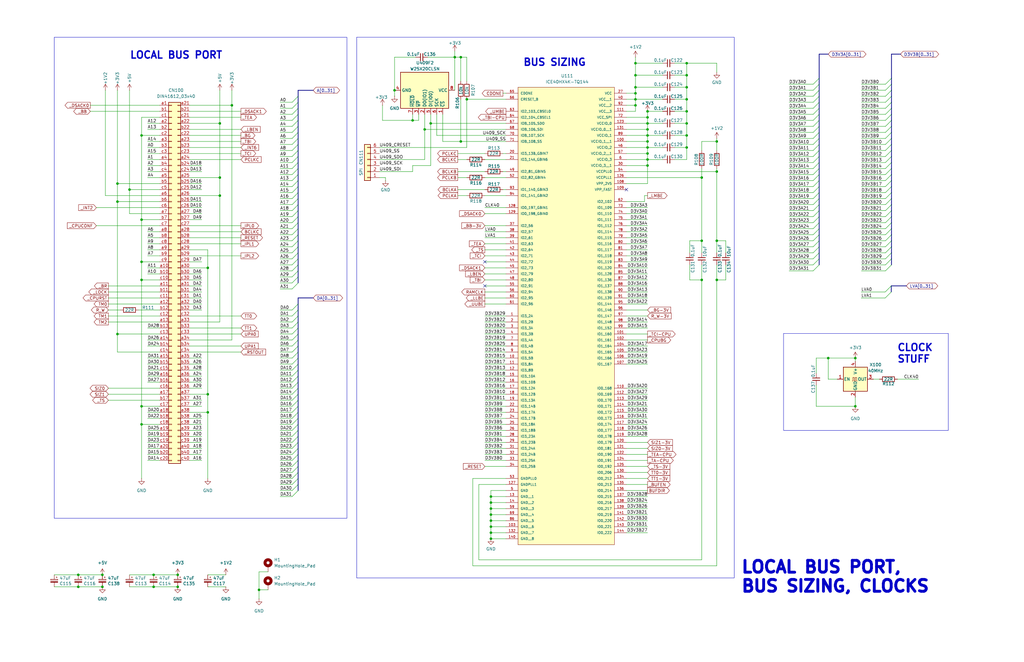
<source format=kicad_sch>
(kicad_sch (version 20231120) (generator "eeschema") (generator_version "8.0")
  (paper "B")
  (title_block (title "AmigaPCI 68040 Local Bus Card") (date "2024-07-21") (rev "3.0"))
  (junction (at 49.53 85.09))
  (junction (at 289.56 62.23))
  (junction (at 273.05 49.53))
  (junction (at 54.61 80.01))
  (junction (at 289.56 31.75))
  (junction (at 179.07 54.61))
  (junction (at 289.56 26.67))
  (junction (at 273.05 52.07))
  (junction (at 87.63 166.37))
  (junction (at 295.91 101.6))
  (junction (at 207.01 217.17))
  (junction (at 267.97 44.45))
  (junction (at 173.99 50.8))
  (junction (at 59.69 57.15))
  (junction (at 289.56 41.91))
  (junction (at 191.77 24.13))
  (junction (at 194.31 59.69))
  (junction (at 196.85 41.91))
  (junction (at 302.26 101.6))
  (junction (at 207.01 227.33))
  (junction (at 59.69 110.49))
  (junction (at 33.02 242.57))
  (junction (at 207.01 219.71))
  (junction (at 267.97 31.75))
  (junction (at 207.01 224.79))
  (junction (at 194.31 24.13))
  (junction (at 207.01 212.09))
  (junction (at 97.79 44.45))
  (junction (at 273.05 59.69))
  (junction (at 74.93 247.65))
  (junction (at 49.53 77.47))
  (junction (at 87.63 113.03))
  (junction (at 43.18 242.57))
  (junction (at 295.91 118.11))
  (junction (at 109.22 248.92))
  (junction (at 289.56 52.07))
  (junction (at 289.56 46.99))
  (junction (at 59.69 118.11))
  (junction (at 302.26 72.39))
  (junction (at 302.26 118.11))
  (junction (at 87.63 173.99))
  (junction (at 273.05 64.77))
  (junction (at 181.61 52.07))
  (junction (at 59.69 92.71))
  (junction (at 49.53 140.97))
  (junction (at 273.05 67.31))
  (junction (at 273.05 69.85))
  (junction (at 166.37 38.1))
  (junction (at 74.93 242.57))
  (junction (at 360.68 171.45))
  (junction (at 207.01 222.25))
  (junction (at 92.71 52.07))
  (junction (at 59.69 179.07))
  (junction (at 33.02 247.65))
  (junction (at 273.05 46.99))
  (junction (at 349.25 151.13))
  (junction (at 267.97 26.67))
  (junction (at 273.05 57.15))
  (junction (at 289.56 57.15))
  (junction (at 302.26 59.69))
  (junction (at 267.97 36.83))
  (junction (at 207.01 209.55))
  (junction (at 295.91 74.93))
  (junction (at 289.56 36.83))
  (junction (at 267.97 41.91))
  (junction (at 59.69 171.45))
  (junction (at 360.68 151.13))
  (junction (at 273.05 62.23))
  (junction (at 92.71 82.55))
  (junction (at 273.05 54.61))
  (junction (at 267.97 39.37))
  (junction (at 207.01 214.63))
  (junction (at 64.77 242.57))
  (junction (at 64.77 247.65))
  (junction (at 43.18 247.65))
  (junction (at 92.71 74.93))
  (no_connect (at 204.47 120.65))
  (no_connect (at 264.16 80.01))
  (no_connect (at 204.47 110.49))
  (bus_entry (at 373.38 109.22) (size 2.54 -2.54))
  (bus_entry (at 342.9 76.2) (size 2.54 -2.54))
  (bus_entry (at 123.19 201.93) (size 2.54 -2.54))
  (bus_entry (at 123.19 43.18) (size 2.54 -2.54))
  (bus_entry (at 342.9 93.98) (size 2.54 -2.54))
  (bus_entry (at 123.19 101.6) (size 2.54 -2.54))
  (bus_entry (at 123.19 96.52) (size 2.54 -2.54))
  (bus_entry (at 342.9 111.76) (size 2.54 -2.54))
  (bus_entry (at 342.9 83.82) (size 2.54 -2.54))
  (bus_entry (at 123.19 88.9) (size 2.54 -2.54))
  (bus_entry (at 123.19 58.42) (size 2.54 -2.54))
  (bus_entry (at 342.9 58.42) (size 2.54 -2.54))
  (bus_entry (at 342.9 114.3) (size 2.54 -2.54))
  (bus_entry (at 123.19 146.05) (size 2.54 -2.54))
  (bus_entry (at 373.38 50.8) (size 2.54 -2.54))
  (bus_entry (at 123.19 83.82) (size 2.54 -2.54))
  (bus_entry (at 123.19 63.5) (size 2.54 -2.54))
  (bus_entry (at 373.38 45.72) (size 2.54 -2.54))
  (bus_entry (at 373.38 93.98) (size 2.54 -2.54))
  (bus_entry (at 123.19 194.31) (size 2.54 -2.54))
  (bus_entry (at 123.19 171.45) (size 2.54 -2.54))
  (bus_entry (at 373.38 38.1) (size 2.54 -2.54))
  (bus_entry (at 123.19 86.36) (size 2.54 -2.54))
  (bus_entry (at 373.38 68.58) (size 2.54 -2.54))
  (bus_entry (at 373.38 106.68) (size 2.54 -2.54))
  (bus_entry (at 123.19 121.92) (size 2.54 -2.54))
  (bus_entry (at 373.38 83.82) (size 2.54 -2.54))
  (bus_entry (at 373.38 111.76) (size 2.54 -2.54))
  (bus_entry (at 123.19 176.53) (size 2.54 -2.54))
  (bus_entry (at 123.19 48.26) (size 2.54 -2.54))
  (bus_entry (at 342.9 109.22) (size 2.54 -2.54))
  (bus_entry (at 342.9 81.28) (size 2.54 -2.54))
  (bus_entry (at 123.19 50.8) (size 2.54 -2.54))
  (bus_entry (at 123.19 133.35) (size 2.54 -2.54))
  (bus_entry (at 123.19 173.99) (size 2.54 -2.54))
  (bus_entry (at 123.19 106.68) (size 2.54 -2.54))
  (bus_entry (at 373.38 76.2) (size 2.54 -2.54))
  (bus_entry (at 342.9 55.88) (size 2.54 -2.54))
  (bus_entry (at 123.19 207.01) (size 2.54 -2.54))
  (bus_entry (at 123.19 181.61) (size 2.54 -2.54))
  (bus_entry (at 123.19 161.29) (size 2.54 -2.54))
  (bus_entry (at 373.38 71.12) (size 2.54 -2.54))
  (bus_entry (at 123.19 76.2) (size 2.54 -2.54))
  (bus_entry (at 342.9 78.74) (size 2.54 -2.54))
  (bus_entry (at 373.38 104.14) (size 2.54 -2.54))
  (bus_entry (at 123.19 158.75) (size 2.54 -2.54))
  (bus_entry (at 123.19 153.67) (size 2.54 -2.54))
  (bus_entry (at 342.9 45.72) (size 2.54 -2.54))
  (bus_entry (at 373.38 40.64) (size 2.54 -2.54))
  (bus_entry (at 342.9 63.5) (size 2.54 -2.54))
  (bus_entry (at 123.19 140.97) (size 2.54 -2.54))
  (bus_entry (at 123.19 143.51) (size 2.54 -2.54))
  (bus_entry (at 373.38 99.06) (size 2.54 -2.54))
  (bus_entry (at 123.19 93.98) (size 2.54 -2.54))
  (bus_entry (at 342.9 73.66) (size 2.54 -2.54))
  (bus_entry (at 123.19 204.47) (size 2.54 -2.54))
  (bus_entry (at 123.19 99.06) (size 2.54 -2.54))
  (bus_entry (at 123.19 151.13) (size 2.54 -2.54))
  (bus_entry (at 123.19 186.69) (size 2.54 -2.54))
  (bus_entry (at 123.19 71.12) (size 2.54 -2.54))
  (bus_entry (at 123.19 209.55) (size 2.54 -2.54))
  (bus_entry (at 373.29 123.19) (size 2.54 -2.54))
  (bus_entry (at 342.9 66.04) (size 2.54 -2.54))
  (bus_entry (at 123.19 66.04) (size 2.54 -2.54))
  (bus_entry (at 342.9 104.14) (size 2.54 -2.54))
  (bus_entry (at 123.19 119.38) (size 2.54 -2.54))
  (bus_entry (at 373.38 96.52) (size 2.54 -2.54))
  (bus_entry (at 342.9 48.26) (size 2.54 -2.54))
  (bus_entry (at 123.19 166.37) (size 2.54 -2.54))
  (bus_entry (at 123.19 91.44) (size 2.54 -2.54))
  (bus_entry (at 123.19 179.07) (size 2.54 -2.54))
  (bus_entry (at 373.38 35.56) (size 2.54 -2.54))
  (bus_entry (at 123.19 148.59) (size 2.54 -2.54))
  (bus_entry (at 373.38 63.5) (size 2.54 -2.54))
  (bus_entry (at 342.9 38.1) (size 2.54 -2.54))
  (bus_entry (at 373.38 58.42) (size 2.54 -2.54))
  (bus_entry (at 373.38 114.3) (size 2.54 -2.54))
  (bus_entry (at 123.19 163.83) (size 2.54 -2.54))
  (bus_entry (at 342.9 99.06) (size 2.54 -2.54))
  (bus_entry (at 342.9 60.96) (size 2.54 -2.54))
  (bus_entry (at 342.9 43.18) (size 2.54 -2.54))
  (bus_entry (at 373.38 73.66) (size 2.54 -2.54))
  (bus_entry (at 123.19 138.43) (size 2.54 -2.54))
  (bus_entry (at 123.19 199.39) (size 2.54 -2.54))
  (bus_entry (at 342.9 40.64) (size 2.54 -2.54))
  (bus_entry (at 123.19 53.34) (size 2.54 -2.54))
  (bus_entry (at 373.38 78.74) (size 2.54 -2.54))
  (bus_entry (at 123.19 60.96) (size 2.54 -2.54))
  (bus_entry (at 373.38 101.6) (size 2.54 -2.54))
  (bus_entry (at 342.9 35.56) (size 2.54 -2.54))
  (bus_entry (at 123.19 55.88) (size 2.54 -2.54))
  (bus_entry (at 342.9 68.58) (size 2.54 -2.54))
  (bus_entry (at 342.9 91.44) (size 2.54 -2.54))
  (bus_entry (at 123.19 196.85) (size 2.54 -2.54))
  (bus_entry (at 342.9 53.34) (size 2.54 -2.54))
  (bus_entry (at 123.19 189.23) (size 2.54 -2.54))
  (bus_entry (at 123.19 156.21) (size 2.54 -2.54))
  (bus_entry (at 123.19 73.66) (size 2.54 -2.54))
  (bus_entry (at 342.9 88.9) (size 2.54 -2.54))
  (bus_entry (at 373.38 86.36) (size 2.54 -2.54))
  (bus_entry (at 342.9 96.52) (size 2.54 -2.54))
  (bus_entry (at 373.38 66.04) (size 2.54 -2.54))
  (bus_entry (at 373.38 60.96) (size 2.54 -2.54))
  (bus_entry (at 373.29 125.73) (size 2.54 -2.54))
  (bus_entry (at 342.9 50.8) (size 2.54 -2.54))
  (bus_entry (at 373.38 91.44) (size 2.54 -2.54))
  (bus_entry (at 373.38 81.28) (size 2.54 -2.54))
  (bus_entry (at 373.38 43.18) (size 2.54 -2.54))
  (bus_entry (at 373.38 53.34) (size 2.54 -2.54))
  (bus_entry (at 123.19 104.14) (size 2.54 -2.54))
  (bus_entry (at 123.19 81.28) (size 2.54 -2.54))
  (bus_entry (at 123.19 135.89) (size 2.54 -2.54))
  (bus_entry (at 123.19 68.58) (size 2.54 -2.54))
  (bus_entry (at 123.19 78.74) (size 2.54 -2.54))
  (bus_entry (at 123.19 45.72) (size 2.54 -2.54))
  (bus_entry (at 373.38 88.9) (size 2.54 -2.54))
  (bus_entry (at 123.19 168.91) (size 2.54 -2.54))
  (bus_entry (at 123.19 191.77) (size 2.54 -2.54))
  (bus_entry (at 373.38 48.26) (size 2.54 -2.54))
  (bus_entry (at 342.9 101.6) (size 2.54 -2.54))
  (bus_entry (at 342.9 71.12) (size 2.54 -2.54))
  (bus_entry (at 373.38 55.88) (size 2.54 -2.54))
  (bus_entry (at 123.19 114.3) (size 2.54 -2.54))
  (bus_entry (at 123.19 116.84) (size 2.54 -2.54))
  (bus_entry (at 123.19 109.22) (size 2.54 -2.54))
  (bus_entry (at 123.19 184.15) (size 2.54 -2.54))
  (bus_entry (at 342.9 86.36) (size 2.54 -2.54))
  (bus_entry (at 123.19 111.76) (size 2.54 -2.54))
  (bus_entry (at 342.9 106.68) (size 2.54 -2.54))
  (bus_entry (at 123.19 130.81) (size 2.54 -2.54))
  (wire (pts (xy 204.47 140.97) (xy 213.36 140.97)))
  (wire (pts (xy 264.16 201.93) (xy 273.05 201.93)))
  (bus (pts (xy 345.44 101.6) (xy 345.44 104.14)))
  (wire (pts (xy 264.16 102.87) (xy 273.05 102.87)))
  (wire (pts (xy 212.09 39.37) (xy 213.36 39.37)))
  (wire (pts (xy 118.11 176.53) (xy 123.19 176.53)))
  (bus (pts (xy 375.92 68.58) (xy 375.92 71.12)))
  (wire (pts (xy 181.61 52.07) (xy 213.36 52.07)))
  (bus (pts (xy 125.73 111.76) (xy 125.73 114.3)))
  (wire (pts (xy 204.47 153.67) (xy 213.36 153.67)))
  (bus (pts (xy 345.44 76.2) (xy 345.44 78.74)))
  (wire (pts (xy 264.16 97.79) (xy 273.05 97.79)))
  (wire (pts (xy 273.05 59.69) (xy 273.05 62.23)))
  (wire (pts (xy 85.09 168.91) (xy 80.01 168.91)))
  (wire (pts (xy 118.11 207.01) (xy 123.19 207.01)))
  (wire (pts (xy 207.01 207.01) (xy 207.01 209.55)))
  (wire (pts (xy 363.22 53.34) (xy 373.38 53.34)))
  (bus (pts (xy 345.44 38.1) (xy 345.44 40.64)))
  (wire (pts (xy 273.05 130.81) (xy 264.16 130.81)))
  (wire (pts (xy 363.22 101.6) (xy 373.38 101.6)))
  (wire (pts (xy 191.77 38.1) (xy 191.77 24.13)))
  (wire (pts (xy 264.16 214.63) (xy 273.05 214.63)))
  (bus (pts (xy 375.92 109.22) (xy 375.92 111.76)))
  (wire (pts (xy 44.45 82.55) (xy 67.31 82.55)))
  (wire (pts (xy 118.11 43.18) (xy 123.19 43.18)))
  (bus (pts (xy 345.44 104.14) (xy 345.44 106.68)))
  (wire (pts (xy 290.83 101.6) (xy 295.91 101.6)))
  (wire (pts (xy 118.11 189.23) (xy 123.19 189.23)))
  (wire (pts (xy 80.01 113.03) (xy 87.63 113.03)))
  (bus (pts (xy 125.73 163.83) (xy 125.73 161.29)))
  (wire (pts (xy 62.23 186.69) (xy 67.31 186.69)))
  (wire (pts (xy 118.11 68.58) (xy 123.19 68.58)))
  (bus (pts (xy 125.73 66.04) (xy 125.73 68.58)))
  (wire (pts (xy 64.77 242.57) (xy 74.93 242.57)))
  (wire (pts (xy 85.09 72.39) (xy 80.01 72.39)))
  (bus (pts (xy 375.92 101.6) (xy 375.92 104.14)))
  (wire (pts (xy 45.72 128.27) (xy 67.31 128.27)))
  (wire (pts (xy 196.85 62.23) (xy 196.85 41.91)))
  (wire (pts (xy 344.17 162.56) (xy 344.17 171.45)))
  (wire (pts (xy 264.16 115.57) (xy 273.05 115.57)))
  (bus (pts (xy 125.73 171.45) (xy 125.73 168.91)))
  (bus (pts (xy 125.73 199.39) (xy 125.73 196.85)))
  (wire (pts (xy 80.01 143.51) (xy 97.79 143.51)))
  (wire (pts (xy 54.61 38.1) (xy 54.61 80.01)))
  (wire (pts (xy 118.11 60.96) (xy 123.19 60.96)))
  (wire (pts (xy 213.36 64.77) (xy 212.09 64.77)))
  (bus (pts (xy 125.73 71.12) (xy 125.73 73.66)))
  (wire (pts (xy 59.69 118.11) (xy 59.69 171.45)))
  (wire (pts (xy 179.07 48.26) (xy 179.07 54.61)))
  (bus (pts (xy 125.73 153.67) (xy 125.73 151.13)))
  (wire (pts (xy 213.36 146.05) (xy 204.47 146.05)))
  (wire (pts (xy 213.36 181.61) (xy 204.47 181.61)))
  (wire (pts (xy 332.74 35.56) (xy 342.9 35.56)))
  (wire (pts (xy 118.11 96.52) (xy 123.19 96.52)))
  (wire (pts (xy 204.47 107.95) (xy 213.36 107.95)))
  (wire (pts (xy 85.09 110.49) (xy 80.01 110.49)))
  (bus (pts (xy 125.73 138.43) (xy 125.73 135.89)))
  (wire (pts (xy 62.23 153.67) (xy 67.31 153.67)))
  (wire (pts (xy 62.23 52.07) (xy 67.31 52.07)))
  (bus (pts (xy 345.44 68.58) (xy 345.44 71.12)))
  (wire (pts (xy 273.05 135.89) (xy 264.16 135.89)))
  (wire (pts (xy 289.56 36.83) (xy 289.56 31.75)))
  (wire (pts (xy 363.22 76.2) (xy 373.38 76.2)))
  (wire (pts (xy 196.85 67.31) (xy 193.04 67.31)))
  (wire (pts (xy 363.22 91.44) (xy 373.38 91.44)))
  (wire (pts (xy 378.46 160.02) (xy 387.35 160.02)))
  (wire (pts (xy 33.02 242.57) (xy 43.18 242.57)))
  (bus (pts (xy 125.73 161.29) (xy 125.73 158.75)))
  (bus (pts (xy 125.73 156.21) (xy 125.73 153.67)))
  (wire (pts (xy 267.97 36.83) (xy 279.4 36.83)))
  (wire (pts (xy 264.16 168.91) (xy 273.05 168.91)))
  (wire (pts (xy 332.74 99.06) (xy 342.9 99.06)))
  (bus (pts (xy 345.44 99.06) (xy 345.44 101.6)))
  (wire (pts (xy 62.23 100.33) (xy 67.31 100.33)))
  (wire (pts (xy 118.11 78.74) (xy 123.19 78.74)))
  (bus (pts (xy 125.73 143.51) (xy 125.73 140.97)))
  (bus (pts (xy 375.92 58.42) (xy 375.92 60.96)))
  (wire (pts (xy 92.71 82.55) (xy 92.71 135.89)))
  (wire (pts (xy 201.93 204.47) (xy 213.36 204.47)))
  (wire (pts (xy 332.74 68.58) (xy 342.9 68.58)))
  (bus (pts (xy 125.73 166.37) (xy 125.73 163.83)))
  (wire (pts (xy 85.09 69.85) (xy 80.01 69.85)))
  (wire (pts (xy 80.01 102.87) (xy 101.6 102.87)))
  (wire (pts (xy 59.69 92.71) (xy 67.31 92.71)))
  (bus (pts (xy 125.73 181.61) (xy 125.73 179.07)))
  (wire (pts (xy 264.16 128.27) (xy 273.05 128.27)))
  (wire (pts (xy 332.74 93.98) (xy 342.9 93.98)))
  (wire (pts (xy 64.77 247.65) (xy 74.93 247.65)))
  (wire (pts (xy 62.23 97.79) (xy 67.31 97.79)))
  (wire (pts (xy 332.74 109.22) (xy 342.9 109.22)))
  (wire (pts (xy 204.47 143.51) (xy 213.36 143.51)))
  (wire (pts (xy 273.05 133.35) (xy 264.16 133.35)))
  (wire (pts (xy 332.74 40.64) (xy 342.9 40.64)))
  (bus (pts (xy 375.92 35.56) (xy 375.92 38.1)))
  (wire (pts (xy 62.23 161.29) (xy 67.31 161.29)))
  (wire (pts (xy 62.23 146.05) (xy 67.31 146.05)))
  (wire (pts (xy 363.22 40.64) (xy 373.38 40.64)))
  (wire (pts (xy 118.11 58.42) (xy 123.19 58.42)))
  (wire (pts (xy 85.09 176.53) (xy 80.01 176.53)))
  (wire (pts (xy 85.09 120.65) (xy 80.01 120.65)))
  (wire (pts (xy 207.01 209.55) (xy 207.01 212.09)))
  (wire (pts (xy 213.36 186.69) (xy 204.47 186.69)))
  (bus (pts (xy 345.44 53.34) (xy 345.44 55.88)))
  (wire (pts (xy 363.22 48.26) (xy 373.38 48.26)))
  (wire (pts (xy 118.11 73.66) (xy 123.19 73.66)))
  (bus (pts (xy 125.73 204.47) (xy 125.73 201.93)))
  (wire (pts (xy 80.01 148.59) (xy 101.6 148.59)))
  (wire (pts (xy 332.74 86.36) (xy 342.9 86.36)))
  (wire (pts (xy 204.47 113.03) (xy 213.36 113.03)))
  (wire (pts (xy 80.01 140.97) (xy 101.6 140.97)))
  (wire (pts (xy 118.11 116.84) (xy 123.19 116.84)))
  (wire (pts (xy 289.56 26.67) (xy 284.48 26.67)))
  (wire (pts (xy 267.97 41.91) (xy 267.97 44.45)))
  (bus (pts (xy 375.92 99.06) (xy 375.92 101.6)))
  (wire (pts (xy 332.74 43.18) (xy 342.9 43.18)))
  (wire (pts (xy 264.16 95.25) (xy 273.05 95.25)))
  (wire (pts (xy 85.09 130.81) (xy 80.01 130.81)))
  (wire (pts (xy 349.25 151.13) (xy 360.68 151.13)))
  (wire (pts (xy 85.09 184.15) (xy 80.01 184.15)))
  (wire (pts (xy 273.05 62.23) (xy 279.4 62.23)))
  (wire (pts (xy 264.16 118.11) (xy 273.05 118.11)))
  (wire (pts (xy 332.74 76.2) (xy 342.9 76.2)))
  (wire (pts (xy 49.53 148.59) (xy 49.53 140.97)))
  (bus (pts (xy 125.73 207.01) (xy 125.73 204.47)))
  (wire (pts (xy 264.16 146.05) (xy 273.05 146.05)))
  (wire (pts (xy 213.36 87.63) (xy 204.47 87.63)))
  (wire (pts (xy 267.97 24.13) (xy 267.97 26.67)))
  (wire (pts (xy 179.07 54.61) (xy 179.07 67.31)))
  (bus (pts (xy 125.73 68.58) (xy 125.73 71.12)))
  (wire (pts (xy 273.05 140.97) (xy 264.16 140.97)))
  (wire (pts (xy 179.07 67.31) (xy 160.02 67.31)))
  (wire (pts (xy 80.01 173.99) (xy 87.63 173.99)))
  (bus (pts (xy 345.44 109.22) (xy 345.44 111.76)))
  (wire (pts (xy 273.05 67.31) (xy 273.05 69.85)))
  (wire (pts (xy 62.23 184.15) (xy 67.31 184.15)))
  (wire (pts (xy 85.09 171.45) (xy 80.01 171.45)))
  (wire (pts (xy 118.11 184.15) (xy 123.19 184.15)))
  (wire (pts (xy 191.77 24.13) (xy 191.77 21.59)))
  (wire (pts (xy 332.74 106.68) (xy 342.9 106.68)))
  (wire (pts (xy 349.25 160.02) (xy 349.25 151.13)))
  (wire (pts (xy 273.05 49.53) (xy 273.05 52.07)))
  (wire (pts (xy 332.74 60.96) (xy 342.9 60.96)))
  (wire (pts (xy 273.05 46.99) (xy 273.05 49.53)))
  (wire (pts (xy 62.23 113.03) (xy 67.31 113.03)))
  (wire (pts (xy 207.01 212.09) (xy 213.36 212.09)))
  (wire (pts (xy 118.11 81.28) (xy 123.19 81.28)))
  (bus (pts (xy 345.44 71.12) (xy 345.44 73.66)))
  (bus (pts (xy 345.44 93.98) (xy 345.44 96.52)))
  (bus (pts (xy 345.44 55.88) (xy 345.44 58.42)))
  (wire (pts (xy 273.05 181.61) (xy 264.16 181.61)))
  (wire (pts (xy 109.22 241.3) (xy 109.22 248.92)))
  (wire (pts (xy 196.85 24.13) (xy 194.31 24.13)))
  (wire (pts (xy 363.22 88.9) (xy 373.38 88.9)))
  (wire (pts (xy 109.22 248.92) (xy 113.03 248.92)))
  (wire (pts (xy 109.22 248.92) (xy 109.22 252.73)))
  (wire (pts (xy 204.47 97.79) (xy 213.36 97.79)))
  (wire (pts (xy 161.29 50.8) (xy 173.99 50.8)))
  (wire (pts (xy 118.11 194.31) (xy 123.19 194.31)))
  (bus (pts (xy 125.73 73.66) (xy 125.73 76.2)))
  (wire (pts (xy 59.69 171.45) (xy 67.31 171.45)))
  (wire (pts (xy 213.36 156.21) (xy 204.47 156.21)))
  (wire (pts (xy 59.69 179.07) (xy 59.69 201.93)))
  (wire (pts (xy 45.72 163.83) (xy 67.31 163.83)))
  (wire (pts (xy 85.09 186.69) (xy 80.01 186.69)))
  (wire (pts (xy 44.45 38.1) (xy 44.45 82.55)))
  (bus (pts (xy 375.92 78.74) (xy 375.92 81.28)))
  (wire (pts (xy 264.16 209.55) (xy 273.05 209.55)))
  (wire (pts (xy 181.61 69.85) (xy 173.99 69.85)))
  (wire (pts (xy 62.23 138.43) (xy 67.31 138.43)))
  (wire (pts (xy 273.05 179.07) (xy 264.16 179.07)))
  (wire (pts (xy 273.05 191.77) (xy 264.16 191.77)))
  (wire (pts (xy 284.48 67.31) (xy 289.56 67.31)))
  (wire (pts (xy 118.11 104.14) (xy 123.19 104.14)))
  (wire (pts (xy 173.99 69.85) (xy 173.99 72.39)))
  (wire (pts (xy 267.97 26.67) (xy 279.4 26.67)))
  (bus (pts (xy 125.73 140.97) (xy 125.73 138.43)))
  (wire (pts (xy 264.16 107.95) (xy 273.05 107.95)))
  (wire (pts (xy 80.01 74.93) (xy 92.71 74.93)))
  (wire (pts (xy 302.26 101.6) (xy 306.07 101.6)))
  (wire (pts (xy 118.11 204.47) (xy 123.19 204.47)))
  (wire (pts (xy 118.11 179.07) (xy 123.19 179.07)))
  (wire (pts (xy 80.01 107.95) (xy 101.6 107.95)))
  (wire (pts (xy 332.74 81.28) (xy 342.9 81.28)))
  (wire (pts (xy 213.36 176.53) (xy 204.47 176.53)))
  (wire (pts (xy 273.05 138.43) (xy 264.16 138.43)))
  (wire (pts (xy 118.11 158.75) (xy 123.19 158.75)))
  (wire (pts (xy 273.05 52.07) (xy 279.4 52.07)))
  (wire (pts (xy 87.63 247.65) (xy 95.25 247.65)))
  (wire (pts (xy 273.05 186.69) (xy 264.16 186.69)))
  (bus (pts (xy 345.44 73.66) (xy 345.44 76.2)))
  (bus (pts (xy 125.73 38.1) (xy 125.73 40.64)))
  (wire (pts (xy 264.16 46.99) (xy 267.97 46.99)))
  (bus (pts (xy 345.44 86.36) (xy 345.44 88.9)))
  (wire (pts (xy 290.83 118.11) (xy 295.91 118.11)))
  (bus (pts (xy 375.92 45.72) (xy 375.92 48.26)))
  (bus (pts (xy 125.73 101.6) (xy 125.73 104.14)))
  (wire (pts (xy 85.09 87.63) (xy 80.01 87.63)))
  (wire (pts (xy 289.56 31.75) (xy 289.56 26.67)))
  (bus (pts (xy 375.92 43.18) (xy 375.92 45.72)))
  (wire (pts (xy 80.01 138.43) (xy 101.6 138.43)))
  (wire (pts (xy 264.16 39.37) (xy 267.97 39.37)))
  (wire (pts (xy 59.69 171.45) (xy 59.69 179.07)))
  (wire (pts (xy 80.01 64.77) (xy 101.6 64.77)))
  (wire (pts (xy 264.16 153.67) (xy 273.05 153.67)))
  (bus (pts (xy 345.44 88.9) (xy 345.44 91.44)))
  (wire (pts (xy 264.16 110.49) (xy 273.05 110.49)))
  (wire (pts (xy 289.56 46.99) (xy 289.56 52.07)))
  (bus (pts (xy 345.44 33.02) (xy 345.44 35.56)))
  (wire (pts (xy 360.68 167.64) (xy 360.68 171.45)))
  (wire (pts (xy 273.05 54.61) (xy 273.05 57.15)))
  (bus (pts (xy 125.73 201.93) (xy 125.73 199.39)))
  (bus (pts (xy 125.73 133.35) (xy 125.73 130.81)))
  (wire (pts (xy 118.11 53.34) (xy 123.19 53.34)))
  (wire (pts (xy 59.69 49.53) (xy 67.31 49.53)))
  (wire (pts (xy 118.11 119.38) (xy 123.19 119.38)))
  (wire (pts (xy 289.56 62.23) (xy 289.56 67.31)))
  (bus (pts (xy 125.73 55.88) (xy 125.73 58.42)))
  (wire (pts (xy 264.16 59.69) (xy 273.05 59.69)))
  (wire (pts (xy 85.09 115.57) (xy 80.01 115.57)))
  (bus (pts (xy 125.73 148.59) (xy 125.73 146.05)))
  (bus (pts (xy 125.73 176.53) (xy 125.73 173.99)))
  (wire (pts (xy 363.22 93.98) (xy 373.38 93.98)))
  (wire (pts (xy 194.31 41.91) (xy 194.31 59.69)))
  (bus (pts (xy 375.92 106.68) (xy 375.92 109.22)))
  (wire (pts (xy 204.47 95.25) (xy 213.36 95.25)))
  (bus (pts (xy 125.73 88.9) (xy 125.73 91.44)))
  (wire (pts (xy 207.01 217.17) (xy 207.01 219.71)))
  (wire (pts (xy 273.05 62.23) (xy 273.05 64.77)))
  (wire (pts (xy 273.05 184.15) (xy 264.16 184.15)))
  (bus (pts (xy 125.73 116.84) (xy 125.73 119.38)))
  (wire (pts (xy 22.86 247.65) (xy 33.02 247.65)))
  (bus (pts (xy 375.92 81.28) (xy 375.92 83.82)))
  (wire (pts (xy 363.22 50.8) (xy 373.38 50.8)))
  (wire (pts (xy 85.09 194.31) (xy 80.01 194.31)))
  (wire (pts (xy 85.09 179.07) (xy 80.01 179.07)))
  (wire (pts (xy 213.36 194.31) (xy 204.47 194.31)))
  (wire (pts (xy 85.09 161.29) (xy 80.01 161.29)))
  (wire (pts (xy 204.47 171.45) (xy 213.36 171.45)))
  (wire (pts (xy 85.09 163.83) (xy 80.01 163.83)))
  (wire (pts (xy 363.22 99.06) (xy 373.38 99.06)))
  (wire (pts (xy 85.09 92.71) (xy 80.01 92.71)))
  (wire (pts (xy 332.74 83.82) (xy 342.9 83.82)))
  (wire (pts (xy 62.23 64.77) (xy 67.31 64.77)))
  (wire (pts (xy 181.61 48.26) (xy 181.61 52.07)))
  (wire (pts (xy 85.09 156.21) (xy 80.01 156.21)))
  (bus (pts (xy 345.44 63.5) (xy 345.44 66.04)))
  (wire (pts (xy 85.09 128.27) (xy 80.01 128.27)))
  (wire (pts (xy 80.01 54.61) (xy 101.6 54.61)))
  (bus (pts (xy 125.73 58.42) (xy 125.73 60.96)))
  (wire (pts (xy 59.69 92.71) (xy 59.69 110.49)))
  (bus (pts (xy 345.44 40.64) (xy 345.44 43.18)))
  (bus (pts (xy 125.73 109.22) (xy 125.73 111.76)))
  (wire (pts (xy 45.72 120.65) (xy 67.31 120.65)))
  (wire (pts (xy 204.47 64.77) (xy 193.04 64.77)))
  (wire (pts (xy 186.69 59.69) (xy 186.69 48.26)))
  (wire (pts (xy 59.69 118.11) (xy 67.31 118.11)))
  (wire (pts (xy 332.74 73.66) (xy 342.9 73.66)))
  (wire (pts (xy 363.22 96.52) (xy 373.38 96.52)))
  (wire (pts (xy 207.01 222.25) (xy 207.01 224.79)))
  (bus (pts (xy 375.92 22.86) (xy 379.73 22.86)))
  (wire (pts (xy 80.01 52.07) (xy 92.71 52.07)))
  (wire (pts (xy 80.01 95.25) (xy 101.6 95.25)))
  (wire (pts (xy 173.99 48.26) (xy 173.99 50.8)))
  (wire (pts (xy 289.56 46.99) (xy 289.56 41.91)))
  (wire (pts (xy 62.23 74.93) (xy 67.31 74.93)))
  (wire (pts (xy 67.31 90.17) (xy 54.61 90.17)))
  (wire (pts (xy 264.16 67.31) (xy 273.05 67.31)))
  (wire (pts (xy 207.01 207.01) (xy 213.36 207.01)))
  (bus (pts (xy 375.92 66.04) (xy 375.92 68.58)))
  (wire (pts (xy 302.26 238.76) (xy 302.26 118.11)))
  (wire (pts (xy 264.16 207.01) (xy 273.05 207.01)))
  (wire (pts (xy 295.91 59.69) (xy 302.26 59.69)))
  (bus (pts (xy 125.73 186.69) (xy 125.73 184.15)))
  (wire (pts (xy 295.91 63.5) (xy 295.91 59.69)))
  (wire (pts (xy 80.01 97.79) (xy 101.6 97.79)))
  (wire (pts (xy 213.36 74.93) (xy 204.47 74.93)))
  (wire (pts (xy 332.74 58.42) (xy 342.9 58.42)))
  (wire (pts (xy 62.23 54.61) (xy 67.31 54.61)))
  (wire (pts (xy 332.74 71.12) (xy 342.9 71.12)))
  (wire (pts (xy 273.05 173.99) (xy 264.16 173.99)))
  (wire (pts (xy 59.69 110.49) (xy 67.31 110.49)))
  (wire (pts (xy 273.05 77.47) (xy 264.16 77.47)))
  (wire (pts (xy 54.61 247.65) (xy 64.77 247.65)))
  (wire (pts (xy 80.01 44.45) (xy 97.79 44.45)))
  (wire (pts (xy 85.09 123.19) (xy 80.01 123.19)))
  (bus (pts (xy 345.44 48.26) (xy 345.44 50.8)))
  (wire (pts (xy 363.13 125.73) (xy 373.29 125.73)))
  (wire (pts (xy 80.01 133.35) (xy 101.6 133.35)))
  (wire (pts (xy 199.39 201.93) (xy 213.36 201.93)))
  (wire (pts (xy 284.48 31.75) (xy 289.56 31.75)))
  (wire (pts (xy 118.11 93.98) (xy 123.19 93.98)))
  (wire (pts (xy 363.22 114.3) (xy 373.38 114.3)))
  (wire (pts (xy 363.22 104.14) (xy 373.38 104.14)))
  (wire (pts (xy 45.72 168.91) (xy 67.31 168.91)))
  (wire (pts (xy 118.11 109.22) (xy 123.19 109.22)))
  (wire (pts (xy 207.01 214.63) (xy 213.36 214.63)))
  (bus (pts (xy 125.73 48.26) (xy 125.73 50.8)))
  (wire (pts (xy 213.36 82.55) (xy 204.47 82.55)))
  (wire (pts (xy 344.17 151.13) (xy 344.17 157.48)))
  (wire (pts (xy 363.22 78.74) (xy 373.38 78.74)))
  (wire (pts (xy 118.11 130.81) (xy 123.19 130.81)))
  (wire (pts (xy 213.36 67.31) (xy 204.47 67.31)))
  (wire (pts (xy 363.22 81.28) (xy 373.38 81.28)))
  (bus (pts (xy 125.73 53.34) (xy 125.73 55.88)))
  (wire (pts (xy 45.72 135.89) (xy 67.31 135.89)))
  (bus (pts (xy 375.92 63.5) (xy 375.92 66.04)))
  (wire (pts (xy 207.01 217.17) (xy 213.36 217.17)))
  (wire (pts (xy 166.37 40.64) (xy 166.37 38.1)))
  (wire (pts (xy 204.47 80.01) (xy 193.04 80.01)))
  (wire (pts (xy 213.36 184.15) (xy 204.47 184.15)))
  (wire (pts (xy 199.39 201.93) (xy 199.39 238.76)))
  (wire (pts (xy 204.47 135.89) (xy 213.36 135.89)))
  (wire (pts (xy 267.97 41.91) (xy 279.4 41.91)))
  (bus (pts (xy 345.44 22.86) (xy 349.25 22.86)))
  (wire (pts (xy 54.61 80.01) (xy 67.31 80.01)))
  (wire (pts (xy 118.11 86.36) (xy 123.19 86.36)))
  (wire (pts (xy 118.11 76.2) (xy 123.19 76.2)))
  (wire (pts (xy 332.74 111.76) (xy 342.9 111.76)))
  (wire (pts (xy 295.91 71.12) (xy 295.91 74.93)))
  (wire (pts (xy 160.02 72.39) (xy 173.99 72.39)))
  (bus (pts (xy 125.73 63.5) (xy 125.73 66.04)))
  (wire (pts (xy 207.01 214.63) (xy 207.01 217.17)))
  (wire (pts (xy 62.23 107.95) (xy 67.31 107.95)))
  (wire (pts (xy 363.22 106.68) (xy 373.38 106.68)))
  (wire (pts (xy 273.05 57.15) (xy 273.05 59.69)))
  (wire (pts (xy 284.48 52.07) (xy 289.56 52.07)))
  (wire (pts (xy 363.22 71.12) (xy 373.38 71.12)))
  (wire (pts (xy 264.16 151.13) (xy 273.05 151.13)))
  (wire (pts (xy 363.22 60.96) (xy 373.38 60.96)))
  (wire (pts (xy 332.74 55.88) (xy 342.9 55.88)))
  (wire (pts (xy 273.05 67.31) (xy 279.4 67.31)))
  (bus (pts (xy 375.92 96.52) (xy 375.92 99.06)))
  (wire (pts (xy 271.78 85.09) (xy 264.16 85.09)))
  (wire (pts (xy 40.64 95.25) (xy 67.31 95.25)))
  (wire (pts (xy 213.36 161.29) (xy 204.47 161.29)))
  (wire (pts (xy 80.01 46.99) (xy 101.6 46.99)))
  (wire (pts (xy 267.97 36.83) (xy 267.97 39.37)))
  (bus (pts (xy 375.92 50.8) (xy 375.92 53.34)))
  (wire (pts (xy 62.23 59.69) (xy 67.31 59.69)))
  (wire (pts (xy 196.85 82.55) (xy 193.04 82.55)))
  (bus (pts (xy 345.44 66.04) (xy 345.44 68.58)))
  (wire (pts (xy 332.74 91.44) (xy 342.9 91.44)))
  (wire (pts (xy 85.09 125.73) (xy 80.01 125.73)))
  (wire (pts (xy 92.71 135.89) (xy 80.01 135.89)))
  (wire (pts (xy 118.11 99.06) (xy 123.19 99.06)))
  (wire (pts (xy 118.11 143.51) (xy 123.19 143.51)))
  (wire (pts (xy 264.16 204.47) (xy 273.05 204.47)))
  (wire (pts (xy 85.09 80.01) (xy 80.01 80.01)))
  (bus (pts (xy 345.44 50.8) (xy 345.44 53.34)))
  (bus (pts (xy 345.44 81.28) (xy 345.44 83.82)))
  (wire (pts (xy 295.91 236.22) (xy 201.93 236.22)))
  (wire (pts (xy 273.05 199.39) (xy 264.16 199.39)))
  (bus (pts (xy 125.73 151.13) (xy 125.73 148.59)))
  (wire (pts (xy 85.09 181.61) (xy 80.01 181.61)))
  (wire (pts (xy 368.3 160.02) (xy 370.84 160.02)))
  (wire (pts (xy 302.26 26.67) (xy 302.26 30.48)))
  (wire (pts (xy 62.23 102.87) (xy 67.31 102.87)))
  (wire (pts (xy 85.09 118.11) (xy 80.01 118.11)))
  (wire (pts (xy 332.74 38.1) (xy 342.9 38.1)))
  (wire (pts (xy 213.36 118.11) (xy 204.47 118.11)))
  (wire (pts (xy 118.11 114.3) (xy 123.19 114.3)))
  (bus (pts (xy 375.83 120.65) (xy 382.18 120.65)))
  (wire (pts (xy 59.69 57.15) (xy 59.69 92.71)))
  (wire (pts (xy 363.22 83.82) (xy 373.38 83.82)))
  (wire (pts (xy 162.56 74.93) (xy 162.56 76.2)))
  (wire (pts (xy 196.85 34.29) (xy 196.85 24.13)))
  (wire (pts (xy 264.16 222.25) (xy 273.05 222.25)))
  (wire (pts (xy 207.01 219.71) (xy 213.36 219.71)))
  (bus (pts (xy 345.44 35.56) (xy 345.44 38.1)))
  (wire (pts (xy 62.23 69.85) (xy 67.31 69.85)))
  (wire (pts (xy 204.47 110.49) (xy 213.36 110.49)))
  (wire (pts (xy 118.11 111.76) (xy 123.19 111.76)))
  (bus (pts (xy 125.73 83.82) (xy 125.73 86.36)))
  (wire (pts (xy 267.97 39.37) (xy 267.97 41.91)))
  (wire (pts (xy 161.29 44.45) (xy 161.29 50.8)))
  (bus (pts (xy 125.73 191.77) (xy 125.73 189.23)))
  (wire (pts (xy 290.83 111.76) (xy 290.83 118.11)))
  (wire (pts (xy 160.02 62.23) (xy 196.85 62.23)))
  (wire (pts (xy 273.05 69.85) (xy 273.05 77.47)))
  (wire (pts (xy 363.22 55.88) (xy 373.38 55.88)))
  (wire (pts (xy 302.26 59.69) (xy 302.26 63.5)))
  (wire (pts (xy 118.11 138.43) (xy 123.19 138.43)))
  (bus (pts (xy 125.73 50.8) (xy 125.73 53.34)))
  (bus (pts (xy 375.92 73.66) (xy 375.92 76.2)))
  (wire (pts (xy 264.16 217.17) (xy 273.05 217.17)))
  (wire (pts (xy 118.11 209.55) (xy 123.19 209.55)))
  (wire (pts (xy 87.63 173.99) (xy 87.63 201.93)))
  (bus (pts (xy 375.92 86.36) (xy 375.92 88.9)))
  (wire (pts (xy 118.11 161.29) (xy 123.19 161.29)))
  (bus (pts (xy 125.73 114.3) (xy 125.73 116.84)))
  (wire (pts (xy 45.72 133.35) (xy 67.31 133.35)))
  (wire (pts (xy 284.48 46.99) (xy 289.56 46.99)))
  (wire (pts (xy 273.05 64.77) (xy 273.05 67.31)))
  (wire (pts (xy 22.86 242.57) (xy 33.02 242.57)))
  (bus (pts (xy 125.73 45.72) (xy 125.73 48.26)))
  (wire (pts (xy 184.15 57.15) (xy 213.36 57.15)))
  (wire (pts (xy 59.69 57.15) (xy 67.31 57.15)))
  (bus (pts (xy 345.44 83.82) (xy 345.44 86.36)))
  (bus (pts (xy 125.73 91.44) (xy 125.73 93.98)))
  (wire (pts (xy 363.22 38.1) (xy 373.38 38.1)))
  (wire (pts (xy 273.05 57.15) (xy 279.4 57.15)))
  (bus (pts (xy 375.92 38.1) (xy 375.92 40.64)))
  (wire (pts (xy 184.15 57.15) (xy 184.15 48.26)))
  (wire (pts (xy 363.22 111.76) (xy 373.38 111.76)))
  (wire (pts (xy 62.23 191.77) (xy 67.31 191.77)))
  (wire (pts (xy 273.05 194.31) (xy 264.16 194.31)))
  (wire (pts (xy 118.11 201.93) (xy 123.19 201.93)))
  (wire (pts (xy 204.47 191.77) (xy 213.36 191.77)))
  (wire (pts (xy 80.01 105.41) (xy 87.63 105.41)))
  (wire (pts (xy 264.16 74.93) (xy 295.91 74.93)))
  (wire (pts (xy 118.11 196.85) (xy 123.19 196.85)))
  (bus (pts (xy 125.73 146.05) (xy 125.73 143.51)))
  (wire (pts (xy 201.93 236.22) (xy 201.93 204.47)))
  (wire (pts (xy 213.36 173.99) (xy 204.47 173.99)))
  (wire (pts (xy 204.47 151.13) (xy 213.36 151.13)))
  (wire (pts (xy 118.11 66.04) (xy 123.19 66.04)))
  (wire (pts (xy 118.11 45.72) (xy 123.19 45.72)))
  (wire (pts (xy 62.23 173.99) (xy 67.31 173.99)))
  (wire (pts (xy 92.71 38.1) (xy 92.71 52.07)))
  (wire (pts (xy 204.47 133.35) (xy 213.36 133.35)))
  (wire (pts (xy 62.23 176.53) (xy 67.31 176.53)))
  (wire (pts (xy 213.36 158.75) (xy 204.47 158.75)))
  (wire (pts (xy 207.01 219.71) (xy 207.01 222.25)))
  (wire (pts (xy 54.61 80.01) (xy 54.61 90.17)))
  (bus (pts (xy 375.92 104.14) (xy 375.92 106.68)))
  (wire (pts (xy 264.16 148.59) (xy 273.05 148.59)))
  (wire (pts (xy 97.79 44.45) (xy 97.79 143.51)))
  (wire (pts (xy 344.17 151.13) (xy 349.25 151.13)))
  (wire (pts (xy 264.16 176.53) (xy 273.05 176.53)))
  (wire (pts (xy 118.11 63.5) (xy 123.19 63.5)))
  (wire (pts (xy 118.11 186.69) (xy 123.19 186.69)))
  (wire (pts (xy 289.56 57.15) (xy 289.56 62.23)))
  (wire (pts (xy 273.05 171.45) (xy 264.16 171.45)))
  (wire (pts (xy 204.47 102.87) (xy 213.36 102.87)))
  (wire (pts (xy 118.11 48.26) (xy 123.19 48.26)))
  (bus (pts (xy 125.73 86.36) (xy 125.73 88.9)))
  (wire (pts (xy 118.11 151.13) (xy 123.19 151.13)))
  (wire (pts (xy 62.23 72.39) (xy 67.31 72.39)))
  (bus (pts (xy 125.73 38.1) (xy 132.08 38.1)))
  (wire (pts (xy 332.74 114.3) (xy 342.9 114.3)))
  (wire (pts (xy 49.53 140.97) (xy 67.31 140.97)))
  (wire (pts (xy 67.31 148.59) (xy 49.53 148.59)))
  (wire (pts (xy 45.72 130.81) (xy 50.8 130.81)))
  (wire (pts (xy 45.72 166.37) (xy 67.31 166.37)))
  (bus (pts (xy 345.44 58.42) (xy 345.44 60.96)))
  (bus (pts (xy 375.92 48.26) (xy 375.92 50.8)))
  (wire (pts (xy 284.48 57.15) (xy 289.56 57.15)))
  (wire (pts (xy 273.05 224.79) (xy 264.16 224.79)))
  (wire (pts (xy 33.02 247.65) (xy 43.18 247.65)))
  (bus (pts (xy 345.44 60.96) (xy 345.44 63.5)))
  (bus (pts (xy 375.92 83.82) (xy 375.92 86.36)))
  (wire (pts (xy 264.16 120.65) (xy 273.05 120.65)))
  (bus (pts (xy 125.73 99.06) (xy 125.73 101.6)))
  (wire (pts (xy 49.53 38.1) (xy 49.53 77.47)))
  (bus (pts (xy 375.92 53.34) (xy 375.92 55.88)))
  (wire (pts (xy 213.36 115.57) (xy 204.47 115.57)))
  (wire (pts (xy 87.63 113.03) (xy 87.63 166.37)))
  (wire (pts (xy 92.71 52.07) (xy 92.71 74.93)))
  (wire (pts (xy 207.01 222.25) (xy 213.36 222.25)))
  (wire (pts (xy 45.72 125.73) (xy 67.31 125.73)))
  (bus (pts (xy 375.92 40.64) (xy 375.92 43.18)))
  (bus (pts (xy 345.44 43.18) (xy 345.44 45.72)))
  (wire (pts (xy 332.74 66.04) (xy 342.9 66.04)))
  (wire (pts (xy 62.23 158.75) (xy 67.31 158.75)))
  (bus (pts (xy 125.73 104.14) (xy 125.73 106.68)))
  (wire (pts (xy 332.74 96.52) (xy 342.9 96.52)))
  (wire (pts (xy 191.77 24.13) (xy 180.34 24.13)))
  (wire (pts (xy 264.16 163.83) (xy 273.05 163.83)))
  (wire (pts (xy 80.01 57.15) (xy 101.6 57.15)))
  (wire (pts (xy 264.16 72.39) (xy 302.26 72.39)))
  (wire (pts (xy 85.09 189.23) (xy 80.01 189.23)))
  (wire (pts (xy 264.16 49.53) (xy 273.05 49.53)))
  (wire (pts (xy 295.91 74.93) (xy 295.91 101.6)))
  (bus (pts (xy 375.92 60.96) (xy 375.92 63.5)))
  (bus (pts (xy 125.73 43.18) (xy 125.73 45.72)))
  (bus (pts (xy 125.73 93.98) (xy 125.73 96.52)))
  (wire (pts (xy 302.26 72.39) (xy 302.26 101.6)))
  (wire (pts (xy 204.47 100.33) (xy 213.36 100.33)))
  (wire (pts (xy 264.16 64.77) (xy 273.05 64.77)))
  (wire (pts (xy 80.01 49.53) (xy 101.6 49.53)))
  (wire (pts (xy 264.16 87.63) (xy 273.05 87.63)))
  (wire (pts (xy 213.36 123.19) (xy 204.47 123.19)))
  (wire (pts (xy 118.11 168.91) (xy 123.19 168.91)))
  (bus (pts (xy 125.73 81.28) (xy 125.73 83.82)))
  (bus (pts (xy 375.92 91.44) (xy 375.92 93.98)))
  (wire (pts (xy 264.16 105.41) (xy 273.05 105.41)))
  (wire (pts (xy 118.11 191.77) (xy 123.19 191.77)))
  (wire (pts (xy 273.05 189.23) (xy 264.16 189.23)))
  (wire (pts (xy 85.09 158.75) (xy 80.01 158.75)))
  (wire (pts (xy 360.68 151.13) (xy 360.68 152.4)))
  (wire (pts (xy 363.22 43.18) (xy 373.38 43.18)))
  (wire (pts (xy 118.11 88.9) (xy 123.19 88.9)))
  (wire (pts (xy 204.47 72.39) (xy 193.04 72.39)))
  (wire (pts (xy 196.85 41.91) (xy 213.36 41.91)))
  (wire (pts (xy 207.01 209.55) (xy 213.36 209.55)))
  (wire (pts (xy 118.11 156.21) (xy 123.19 156.21)))
  (wire (pts (xy 264.16 69.85) (xy 273.05 69.85)))
  (wire (pts (xy 80.01 67.31) (xy 101.6 67.31)))
  (wire (pts (xy 179.07 54.61) (xy 213.36 54.61)))
  (wire (pts (xy 264.16 219.71) (xy 273.05 219.71)))
  (wire (pts (xy 264.16 41.91) (xy 267.97 41.91)))
  (wire (pts (xy 363.22 66.04) (xy 373.38 66.04)))
  (wire (pts (xy 306.07 118.11) (xy 306.07 111.76)))
  (wire (pts (xy 295.91 118.11) (xy 295.91 236.22)))
  (wire (pts (xy 166.37 38.1) (xy 166.37 24.13)))
  (wire (pts (xy 213.36 72.39) (xy 212.09 72.39)))
  (bus (pts (xy 375.92 33.02) (xy 375.92 22.86)))
  (wire (pts (xy 213.36 138.43) (xy 204.47 138.43)))
  (wire (pts (xy 284.48 62.23) (xy 289.56 62.23)))
  (wire (pts (xy 363.22 86.36) (xy 373.38 86.36)))
  (wire (pts (xy 118.11 101.6) (xy 123.19 101.6)))
  (wire (pts (xy 62.23 115.57) (xy 67.31 115.57)))
  (wire (pts (xy 213.36 120.65) (xy 204.47 120.65)))
  (wire (pts (xy 58.42 130.81) (xy 67.31 130.81)))
  (wire (pts (xy 176.53 48.26) (xy 176.53 50.8)))
  (wire (pts (xy 80.01 166.37) (xy 87.63 166.37)))
  (wire (pts (xy 85.09 151.13) (xy 80.01 151.13)))
  (wire (pts (xy 62.23 105.41) (xy 67.31 105.41)))
  (wire (pts (xy 118.11 173.99) (xy 123.19 173.99)))
  (wire (pts (xy 306.07 101.6) (xy 306.07 106.68)))
  (wire (pts (xy 363.22 109.22) (xy 373.38 109.22)))
  (wire (pts (xy 207.01 224.79) (xy 207.01 227.33)))
  (wire (pts (xy 173.99 50.8) (xy 176.53 50.8)))
  (wire (pts (xy 302.26 26.67) (xy 289.56 26.67)))
  (wire (pts (xy 118.11 50.8) (xy 123.19 50.8)))
  (bus (pts (xy 125.73 76.2) (xy 125.73 78.74)))
  (wire (pts (xy 49.53 85.09) (xy 67.31 85.09)))
  (wire (pts (xy 295.91 111.76) (xy 295.91 118.11)))
  (wire (pts (xy 264.16 62.23) (xy 273.05 62.23)))
  (bus (pts (xy 125.73 194.31) (xy 125.73 191.77)))
  (wire (pts (xy 363.22 35.56) (xy 373.38 35.56)))
  (wire (pts (xy 62.23 181.61) (xy 67.31 181.61)))
  (wire (pts (xy 363.13 123.19) (xy 373.29 123.19)))
  (bus (pts (xy 125.73 184.15) (xy 125.73 181.61)))
  (wire (pts (xy 332.74 104.14) (xy 342.9 104.14)))
  (wire (pts (xy 284.48 41.91) (xy 289.56 41.91)))
  (wire (pts (xy 194.31 59.69) (xy 213.36 59.69)))
  (wire (pts (xy 207.01 224.79) (xy 213.36 224.79)))
  (wire (pts (xy 264.16 90.17) (xy 273.05 90.17)))
  (bus (pts (xy 345.44 96.52) (xy 345.44 99.06)))
  (bus (pts (xy 375.92 71.12) (xy 375.92 73.66)))
  (wire (pts (xy 87.63 242.57) (xy 95.25 242.57)))
  (wire (pts (xy 85.09 153.67) (xy 80.01 153.67)))
  (wire (pts (xy 213.36 90.17) (xy 204.47 90.17)))
  (wire (pts (xy 118.11 148.59) (xy 123.19 148.59)))
  (wire (pts (xy 284.48 36.83) (xy 289.56 36.83)))
  (wire (pts (xy 213.36 163.83) (xy 204.47 163.83)))
  (wire (pts (xy 59.69 179.07) (xy 67.31 179.07)))
  (wire (pts (xy 332.74 88.9) (xy 342.9 88.9)))
  (wire (pts (xy 332.74 45.72) (xy 342.9 45.72)))
  (wire (pts (xy 118.11 181.61) (xy 123.19 181.61)))
  (wire (pts (xy 332.74 48.26) (xy 342.9 48.26)))
  (wire (pts (xy 273.05 166.37) (xy 264.16 166.37)))
  (wire (pts (xy 196.85 74.93) (xy 193.04 74.93)))
  (wire (pts (xy 264.16 125.73) (xy 273.05 125.73)))
  (wire (pts (xy 59.69 49.53) (xy 59.69 57.15)))
  (wire (pts (xy 363.22 63.5) (xy 373.38 63.5)))
  (bus (pts (xy 125.73 125.73) (xy 132.08 125.73)))
  (bus (pts (xy 375.92 88.9) (xy 375.92 91.44)))
  (wire (pts (xy 267.97 26.67) (xy 267.97 31.75)))
  (wire (pts (xy 62.23 194.31) (xy 67.31 194.31)))
  (wire (pts (xy 271.78 82.55) (xy 271.78 85.09)))
  (wire (pts (xy 118.11 55.88) (xy 123.19 55.88)))
  (wire (pts (xy 363.22 45.72) (xy 373.38 45.72)))
  (bus (pts (xy 375.92 76.2) (xy 375.92 78.74)))
  (wire (pts (xy 62.23 151.13) (xy 67.31 151.13)))
  (bus (pts (xy 125.73 135.89) (xy 125.73 133.35)))
  (wire (pts (xy 62.23 189.23) (xy 67.31 189.23)))
  (wire (pts (xy 204.47 148.59) (xy 213.36 148.59)))
  (wire (pts (xy 353.06 160.02) (xy 349.25 160.02)))
  (wire (pts (xy 87.63 166.37) (xy 87.63 173.99)))
  (wire (pts (xy 267.97 44.45) (xy 267.97 46.99)))
  (wire (pts (xy 80.01 146.05) (xy 101.6 146.05)))
  (wire (pts (xy 118.11 91.44) (xy 123.19 91.44)))
  (wire (pts (xy 264.16 143.51) (xy 273.05 143.51)))
  (wire (pts (xy 62.23 62.23) (xy 67.31 62.23)))
  (wire (pts (xy 273.05 52.07) (xy 273.05 54.61)))
  (wire (pts (xy 62.23 143.51) (xy 67.31 143.51)))
  (wire (pts (xy 267.97 31.75) (xy 267.97 36.83)))
  (wire (pts (xy 332.74 63.5) (xy 342.9 63.5)))
  (wire (pts (xy 213.36 128.27) (xy 204.47 128.27)))
  (wire (pts (xy 264.16 57.15) (xy 273.05 57.15)))
  (wire (pts (xy 67.31 44.45) (xy 38.1 44.45)))
  (bus (pts (xy 125.73 179.07) (xy 125.73 176.53)))
  (wire (pts (xy 363.22 68.58) (xy 373.38 68.58)))
  (wire (pts (xy 118.11 71.12) (xy 123.19 71.12)))
  (wire (pts (xy 344.17 171.45) (xy 360.68 171.45)))
  (wire (pts (xy 363.22 73.66) (xy 373.38 73.66)))
  (wire (pts (xy 213.36 189.23) (xy 204.47 189.23)))
  (bus (pts (xy 125.73 158.75) (xy 125.73 156.21)))
  (wire (pts (xy 80.01 100.33) (xy 101.6 100.33)))
  (wire (pts (xy 80.01 62.23) (xy 101.6 62.23)))
  (bus (pts (xy 345.44 33.02) (xy 345.44 22.86)))
  (wire (pts (xy 118.11 133.35) (xy 123.19 133.35)))
  (bus (pts (xy 125.73 78.74) (xy 125.73 81.28)))
  (wire (pts (xy 267.97 31.75) (xy 279.4 31.75)))
  (bus (pts (xy 375.92 55.88) (xy 375.92 58.42)))
  (bus (pts (xy 345.44 45.72) (xy 345.44 48.26)))
  (wire (pts (xy 295.91 106.68) (xy 295.91 101.6)))
  (wire (pts (xy 289.56 52.07) (xy 289.56 57.15)))
  (wire (pts (xy 49.53 77.47) (xy 49.53 85.09)))
  (bus (pts (xy 345.44 91.44) (xy 345.44 93.98)))
  (wire (pts (xy 302.26 58.42) (xy 302.26 59.69)))
  (wire (pts (xy 118.11 171.45) (xy 123.19 171.45)))
  (wire (pts (xy 332.74 101.6) (xy 342.9 101.6)))
  (bus (pts (xy 125.73 168.91) (xy 125.73 166.37)))
  (wire (pts (xy 54.61 242.57) (xy 64.77 242.57)))
  (wire (pts (xy 302.26 118.11) (xy 306.07 118.11)))
  (wire (pts (xy 194.31 24.13) (xy 191.77 24.13)))
  (wire (pts (xy 181.61 69.85) (xy 181.61 52.07)))
  (wire (pts (xy 290.83 106.68) (xy 290.83 101.6)))
  (bus (pts (xy 125.73 40.64) (xy 125.73 43.18)))
  (wire (pts (xy 302.26 106.68) (xy 302.26 101.6)))
  (bus (pts (xy 375.92 93.98) (xy 375.92 96.52)))
  (wire (pts (xy 40.64 87.63) (xy 67.31 87.63)))
  (wire (pts (xy 213.36 80.01) (xy 212.09 80.01)))
  (wire (pts (xy 264.16 52.07) (xy 273.05 52.07)))
  (wire (pts (xy 49.53 77.47) (xy 67.31 77.47)))
  (wire (pts (xy 87.63 105.41) (xy 87.63 113.03)))
  (wire (pts (xy 332.74 78.74) (xy 342.9 78.74)))
  (bus (pts (xy 125.73 173.99) (xy 125.73 171.45)))
  (wire (pts (xy 118.11 140.97) (xy 123.19 140.97)))
  (wire (pts (xy 62.23 156.21) (xy 67.31 156.21)))
  (wire (pts (xy 264.16 92.71) (xy 273.05 92.71)))
  (wire (pts (xy 207.01 212.09) (xy 207.01 214.63)))
  (wire (pts (xy 264.16 44.45) (xy 267.97 44.45)))
  (wire (pts (xy 85.09 77.47) (xy 80.01 77.47)))
  (wire (pts (xy 264.16 54.61) (xy 273.05 54.61)))
  (wire (pts (xy 302.26 118.11) (xy 302.26 111.76)))
  (wire (pts (xy 38.1 46.99) (xy 67.31 46.99)))
  (wire (pts (xy 160.02 74.93) (xy 162.56 74.93)))
  (wire (pts (xy 80.01 82.55) (xy 92.71 82.55)))
  (wire (pts (xy 166.37 24.13) (xy 175.26 24.13)))
  (wire (pts (xy 85.09 85.09) (xy 80.01 85.09)))
  (wire (pts (xy 118.11 166.37) (xy 123.19 166.37)))
  (wire (pts (xy 118.11 146.05) (xy 123.19 146.05)))
  (wire (pts (xy 264.16 100.33) (xy 273.05 100.33)))
  (wire (pts (xy 204.47 196.85) (xy 213.36 196.85)))
  (bus (pts (xy 125.73 196.85) (xy 125.73 194.31)))
  (wire (pts (xy 213.36 168.91) (xy 204.47 168.91)))
  (wire (pts (xy 85.09 191.77) (xy 80.01 191.77)))
  (wire (pts (xy 80.01 59.69) (xy 101.6 59.69)))
  (bus (pts (xy 375.83 120.65) (xy 375.83 123.19)))
  (wire (pts (xy 271.78 82.55) (xy 273.05 82.55)))
  (wire (pts (xy 264.16 113.03) (xy 273.05 113.03)))
  (wire (pts (xy 118.11 106.68) (xy 123.19 106.68)))
  (bus (pts (xy 375.92 33.02) (xy 375.92 35.56)))
  (wire (pts (xy 118.11 153.67) (xy 123.19 153.67)))
  (wire (pts (xy 118.11 163.83) (xy 123.19 163.83)))
  (wire (pts (xy 273.05 123.19) (xy 264.16 123.19)))
  (wire (pts (xy 186.69 59.69) (xy 194.31 59.69)))
  (wire (pts (xy 264.16 212.09) (xy 273.05 212.09)))
  (wire (pts (xy 213.36 166.37) (xy 204.47 166.37)))
  (bus (pts (xy 125.73 60.96) (xy 125.73 63.5)))
  (wire (pts (xy 273.05 196.85) (xy 264.16 196.85)))
  (bus (pts (xy 125.73 106.68) (xy 125.73 109.22)))
  (wire (pts (xy 45.72 123.19) (xy 67.31 123.19)))
  (wire (pts (xy 97.79 38.1) (xy 97.79 44.45)))
  (wire (pts (xy 363.22 58.42) (xy 373.38 58.42)))
  (wire (pts (xy 118.11 135.89) (xy 123.19 135.89)))
  (wire (pts (xy 204.47 179.07) (xy 213.36 179.07)))
  (wire (pts (xy 302.26 71.12) (xy 302.26 72.39)))
  (bus (pts (xy 345.44 78.74) (xy 345.44 81.28)))
  (wire (pts (xy 194.31 24.13) (xy 194.31 34.29)))
  (wire (pts (xy 273.05 46.99) (xy 279.4 46.99)))
  (bus (pts (xy 345.44 106.68) (xy 345.44 109.22)))
  (wire (pts (xy 85.09 90.17) (xy 80.01 90.17)))
  (bus (pts (xy 125.73 189.23) (xy 125.73 186.69)))
  (wire (pts (xy 113.03 241.3) (xy 109.22 241.3)))
  (wire (pts (xy 62.23 67.31) (xy 67.31 67.31)))
  (wire (pts (xy 118.11 199.39) (xy 123.19 199.39)))
  (wire (pts (xy 332.74 53.34) (xy 342.9 53.34)))
  (wire (pts (xy 49.53 85.09) (xy 49.53 140.97)))
  (wire (pts (xy 213.36 125.73) (xy 204.47 125.73)))
  (wire (pts (xy 204.47 105.41) (xy 213.36 105.41)))
  (wire (pts (xy 207.01 227.33) (xy 213.36 227.33)))
  (wire (pts (xy 118.11 121.92) (xy 123.19 121.92)))
  (wire (pts (xy 289.56 41.91) (xy 289.56 36.83)))
  (wire (pts (xy 199.39 238.76) (xy 302.26 238.76)))
  (wire (pts (xy 59.69 110.49) (xy 59.69 118.11)))
  (bus (pts (xy 125.73 128.27) (xy 125.73 125.73)))
  (wire (pts (xy 92.71 82.55) (xy 92.71 74.93)))
  (wire (pts (xy 118.11 83.82) (xy 123.19 83.82)))
  (wire (pts (xy 332.74 50.8) (xy 342.9 50.8)))
  (bus (pts (xy 125.73 130.81) (xy 125.73 128.27)))
  (bus (pts (xy 125.73 96.52) (xy 125.73 99.06)))
  (rectangle (start 150.4 15.7) (end 309.6 243.9))
  (rectangle (start 330.4 140.7) (end 399.9 181.61))
  (rectangle (start 22.86 15.748) (end 146.304 218.694))
  (text "BUS SIZING" (at 220.472 28.194 0) (effects (font (size 3 3) (thickness 0.6) (bold yes)) (justify left bottom)))
  (text "CLOCK\nSTUFF" (at 378.206 153.416 0) (effects (font (size 3 3) (thickness 0.6) (bold yes)) (justify left bottom)))
  (text "LOCAL BUS PORT, \nBUS SIZING, CLOCKS" (at 312.166 250.444 0) (effects (font (size 5 5) (thickness 1.2) (bold yes)) (justify left bottom)))
  (text "LOCAL BUS PORT" (at 54.61 25.146 0) (effects (font (size 3 3) (thickness 0.6) (bold yes)) (justify left bottom)))
  (label "U409_SDI" (at 160.02 72.39 0))
  (label "D3V3B7" (at 204.47 176.53 0))
  (label "D3V3B14" (at 204.47 148.59 0))
  (label "A2" (at 62.23 69.85 0))
  (label "D3V3B22" (at 363.22 91.44 0))
  (label "D3V3B16" (at 363.22 76.2 0))
  (label "A6" (at 62.23 97.79 0))
  (label "D3V3B14" (at 363.22 71.12 0))
  (label "A1" (at 62.23 67.31 0))
  (label "A20" (at 85.09 184.15 180))
  (label "DA2" (at 118.11 135.89 0))
  (label "A12" (at 62.23 52.07 0))
  (label "D3V3A17" (at 273.05 146.05 180))
  (label "DA16" (at 85.09 77.47 180))
  (label "D3V3B3" (at 204.47 191.77 0))
  (label "D3V3B13" (at 204.47 156.21 0))
  (label "D3V3B13" (at 363.22 68.58 0))
  (label "DA26" (at 118.11 196.85 0))
  (label "A13" (at 62.23 54.61 0))
  (label "D3V3B15" (at 204.47 151.13 0))
  (label "D3V3B18" (at 363.22 81.28 0))
  (label "D3V3B0" (at 204.47 194.31 0))
  (label "LVA0" (at 204.47 97.79 0))
  (label "DA1" (at 85.09 125.73 180))
  (label "D3V3A26" (at 332.74 101.6 0))
  (label "DA25" (at 118.11 194.31 0))
  (label "DA29" (at 62.23 158.75 0))
  (label "A29" (at 118.11 116.84 0))
  (label "D3V3B5" (at 363.22 48.26 0))
  (label "DA16" (at 118.11 171.45 0))
  (label "DA17" (at 118.11 173.99 0))
  (label "D3V3A16" (at 273.05 120.65 180))
  (label "D3V3B17" (at 204.47 153.67 0))
  (label "D3V3A3" (at 273.05 87.63 180))
  (label "DA7" (at 85.09 110.49 180))
  (label "A9" (at 118.11 66.04 0))
  (label "CLK40" (at 204.47 87.63 0))
  (label "D3V3B7" (at 363.22 53.34 0))
  (label "D3V3B6" (at 363.22 50.8 0))
  (label "D3V3A30" (at 273.05 173.99 180))
  (label "D3V3B27" (at 363.22 104.14 0))
  (label "A0" (at 62.23 62.23 0))
  (label "D3V3A12" (at 273.05 118.11 180))
  (label "A10" (at 118.11 68.58 0))
  (label "D3V3A13" (at 273.05 123.19 180))
  (label "DA13" (at 118.11 163.83 0))
  (label "DA29" (at 118.11 204.47 0))
  (label "A29" (at 85.09 163.83 180))
  (label "DA7" (at 118.11 148.59 0))
  (label "D3V3B19" (at 363.22 83.82 0))
  (label "D3V3A15" (at 332.74 73.66 0))
  (label "D3V3B30" (at 273.05 219.71 180))
  (label "DA14" (at 62.23 194.31 0))
  (label "D3V3A14" (at 273.05 135.89 180))
  (label "DA18" (at 118.11 176.53 0))
  (label "DA8" (at 118.11 151.13 0))
  (label "D3V3A5" (at 273.05 100.33 180))
  (label "DA2" (at 85.09 120.65 180))
  (label "DA27" (at 118.11 199.39 0))
  (label "D3V3B21" (at 273.05 217.17 180))
  (label "D3V3B27" (at 273.05 224.79 180))
  (label "D3V3B19" (at 204.47 143.51 0))
  (label "D3V3B12" (at 204.47 161.29 0))
  (label "A10" (at 62.23 115.57 0))
  (label "A17" (at 118.11 86.36 0))
  (label "D3V3A7" (at 273.05 105.41 180))
  (label "D3V3B1" (at 204.47 184.15 0))
  (label "A26" (at 118.11 109.22 0))
  (label "DA28" (at 62.23 138.43 0))
  (label "D3V3B11" (at 363.22 63.5 0))
  (label "D3V3A25" (at 273.05 153.67 180))
  (label "D3V3A23" (at 332.74 93.98 0))
  (label "D3V3A16" (at 332.74 76.2 0))
  (label "DA3" (at 85.09 130.81 180))
  (label "D3V3A22" (at 332.74 91.44 0))
  (label "D3V3A1" (at 273.05 92.71 180))
  (label "D3V3A23" (at 273.05 148.59 180))
  (label "D3V3B30" (at 363.22 111.76 0))
  (label "D3V3B10" (at 363.22 60.96 0))
  (label "D3V3B17" (at 363.22 78.74 0))
  (label "D3V3A30" (at 332.74 111.76 0))
  (label "D3V3B12" (at 363.22 66.04 0))
  (label "D3V3A21" (at 273.05 171.45 180))
  (label "D3V3B20" (at 204.47 138.43 0))
  (label "D3V3A2" (at 273.05 97.79 180))
  (label "A2" (at 118.11 48.26 0))
  (label "A5" (at 118.11 55.88 0))
  (label "D3V3A12" (at 332.74 66.04 0))
  (label "A7" (at 118.11 60.96 0))
  (label "D3V3A28" (at 273.05 184.15 180))
  (label "A1" (at 118.11 45.72 0))
  (label "D3V3B3" (at 363.22 43.18 0))
  (label "D3V3B28" (at 363.22 106.68 0))
  (label "DA22" (at 62.23 176.53 0))
  (label "D3V3A7" (at 332.74 53.34 0))
  (label "D3V3A10" (at 273.05 113.03 180))
  (label "D3V3B28" (at 273.05 209.55 180))
  (label "A27" (at 118.11 111.76 0))
  (label "D3V3A14" (at 332.74 71.12 0))
  (label "D3V3A29" (at 273.05 168.91 180))
  (label "DA9" (at 85.09 92.71 180))
  (label "DA23" (at 62.23 186.69 0))
  (label "A20" (at 118.11 93.98 0))
  (label "D3V3B15" (at 363.22 73.66 0))
  (label "D3V3A0" (at 273.05 90.17 180))
  (label "A19" (at 85.09 186.69 180))
  (label "A23" (at 85.09 181.61 180))
  (label "A6" (at 118.11 58.42 0))
  (label "D3V3B31" (at 363.22 114.3 0))
  (label "A11" (at 62.23 113.03 0))
  (label "D3V3B9" (at 204.47 171.45 0))
  (label "D3V3A1" (at 332.74 38.1 0))
  (label "DA10" (at 85.09 87.63 180))
  (label "D3V3B25" (at 204.47 146.05 0))
  (label "A5" (at 62.23 100.33 0))
  (label "D3V3B23" (at 204.47 140.97 0))
  (label "D3V3A9" (at 332.74 58.42 0))
  (label "A28" (at 85.09 156.21 180))
  (label "D3V3B24" (at 273.05 212.09 180))
  (label "DA31" (at 118.11 209.55 0))
  (label "A9" (at 62.23 102.87 0))
  (label "A8" (at 62.23 105.41 0))
  (label "D3V3B1" (at 363.22 38.1 0))
  (label "LVA1" (at 363.13 125.73 0))
  (label "DA13" (at 85.09 72.39 180))
  (label "D3V3A26" (at 273.05 181.61 180))
  (label "D3V3B2" (at 204.47 189.23 0))
  (label "A30" (at 85.09 161.29 180))
  (label "U409_SS" (at 213.36 59.69 180))
  (label "A25" (at 85.09 176.53 180))
  (label "DA10" (at 118.11 156.21 0))
  (label "DA19" (at 62.23 184.15 0))
  (label "A30" (at 118.11 119.38 0))
  (label "A22" (at 118.11 99.06 0))
  (label "D3V3A3" (at 332.74 43.18 0))
  (label "A8" (at 118.11 63.5 0))
  (label "A24" (at 85.09 158.75 180))
  (label "D3V3B8" (at 204.47 173.99 0))
  (label "D3V3B0" (at 363.22 35.56 0))
  (label "D3V3A4" (at 332.74 45.72 0))
  (label "DA23" (at 118.11 189.23 0))
  (label "A18" (at 118.11 88.9 0))
  (label "DA6" (at 118.11 146.05 0))
  (label "DA25" (at 62.23 181.61 0))
  (label "DA4" (at 85.09 123.19 180))
  (label "D3V3A21" (at 332.74 88.9 0))
  (label "D3V3A5" (at 332.74 48.26 0))
  (label "DA14" (at 118.11 166.37 0))
  (label "DA11" (at 85.09 85.09 180))
  (label "D3V3B5" (at 204.47 179.07 0))
  (label "A17" (at 85.09 191.77 180))
  (label "DA5" (at 118.11 143.51 0))
  (label "A22" (at 85.09 151.13 180))
  (label "D3V3A27" (at 332.74 104.14 0))
  (label "D3V3B26" (at 273.05 214.63 180))
  (label "DA24" (at 62.23 146.05 0))
  (label "A31" (at 85.09 168.91 180))
  (label "A13" (at 118.11 76.2 0))
  (label "D3V3A15" (at 273.05 138.43 180))
  (label "D3V3B29" (at 363.22 109.22 0))
  (label "D3V3A17" (at 332.74 78.74 0))
  (label "DA20" (at 62.23 173.99 0))
  (label "D3V3A18" (at 273.05 125.73 180))
  (label "A23" (at 118.11 101.6 0))
  (label "DA21" (at 118.11 184.15 0))
  (label "U409_SCK" (at 213.36 57.15 180))
  (label "D3V3A24" (at 332.74 96.52 0))
  (label "D3V3A19" (at 273.05 151.13 180))
  (label "A24" (at 118.11 104.14 0))
  (label "DA21" (at 62.23 156.21 0))
  (label "D3V3B26" (at 363.22 101.6 0))
  (label "DA5" (at 85.09 118.11 180))
  (label "D3V3A8" (at 332.74 55.88 0))
  (label "A4" (at 118.11 53.34 0))
  (label "A31" (at 118.11 121.92 0))
  (label "DA30" (at 62.23 153.67 0))
  (label "DA31" (at 62.23 151.13 0))
  (label "D3V3A4" (at 273.05 95.25 180))
  (label "D3V3A27" (at 273.05 166.37 180))
  (label "A26" (at 85.09 153.67 180))
  (label "D3V3B8" (at 363.22 55.88 0))
  (label "DA4" (at 118.11 140.97 0))
  (label "D3V3A6" (at 273.05 102.87 180))
  (label "A12" (at 118.11 73.66 0))
  (label "A0" (at 118.11 43.18 0))
  (label "D3V3B31" (at 273.05 222.25 180))
  (label "D3V3A0" (at 332.74 35.56 0))
  (label "CLK40" (at 387.35 160.02 180))
  (label "D3V3B4" (at 363.22 45.72 0))
  (label "D3V3B2" (at 363.22 40.64 0))
  (label "D3V3B25" (at 363.22 99.06 0))
  (label "A25" (at 118.11 106.68 0))
  (label "DA22" (at 118.11 186.69 0))
  (label "DA17" (at 62.23 189.23 0))
  (label "DA8" (at 85.09 90.17 180))
  (label "A19" (at 118.11 91.44 0))
  (label "A7" (at 62.23 107.95 0))
  (label "D3V3A6" (at 332.74 50.8 0))
  (label "A3" (at 62.23 72.39 0))
  (label "D3V3B20" (at 363.22 86.36 0))
  (label "D3V3B6" (at 204.47 181.61 0))
  (label "U409_CRESET" (at 160.02 62.23 0))
  (label "DA19" (at 118.11 179.07 0))
  (label "DA28" (at 118.11 201.93 0))
  (label "DA9" (at 118.11 153.67 0))
  (label "D3V3A20" (at 273.05 163.83 180))
  (label "D3V3A11" (at 273.05 115.57 180))
  (label "D3V3B4" (at 204.47 186.69 0))
  (label "A14" (at 118.11 78.74 0))
  (label "D3V3A11" (at 332.74 63.5 0))
  (label "D3V3A29" (at 332.74 109.22 0))
  (label "A21" (at 85.09 179.07 180))
  (label "D3V3A19" (at 332.74 83.82 0))
  (label "DA0" (at 85.09 128.27 180))
  (label "D3V3A20" (at 332.74 86.36 0))
  (label "DA12" (at 85.09 80.01 180))
  (label "A16" (at 85.09 194.31 180))
  (label "A15" (at 118.11 81.28 0))
  (label "DA3" (at 118.11 138.43 0))
  (label "D3V3A28" (at 332.74 106.68 0))
  (label "A16" (at 118.11 83.82 0))
  (label "DA20" (at 118.11 181.61 0))
  (label "LVA0" (at 363.13 123.19 0))
  (label "A11" (at 118.11 71.12 0))
  (label "DA15" (at 62.23 191.77 0))
  (label "U409_SDO" (at 160.02 67.31 0))
  (label "A14" (at 62.23 59.69 0))
  (label "D3V3B18" (at 204.47 158.75 0))
  (label "DA12" (at 118.11 161.29 0))
  (label "D3V3A25" (at 332.74 99.06 0))
  (label "D3V3B16" (at 204.47 163.83 0))
  (label "DA18" (at 85.09 69.85 180))
  (label "DA6" (at 85.09 115.57 180))
  (label "DA26" (at 62.23 143.51 0))
  (label "D3V3A13" (at 332.74 68.58 0))
  (label "A27" (at 85.09 171.45 180))
  (label "DA24" (at 118.11 191.77 0))
  (label "D3V3A24" (at 273.05 179.07 180))
  (label "U409_SS" (at 160.02 64.77 0))
  (label "D3V3B11" (at 204.47 168.91 0))
  (label "DA15" (at 118.11 168.91 0))
  (label "D3V3B9" (at 363.22 58.42 0))
  (label "A15" (at 62.23 64.77 0))
  (label "D3V3A9" (at 273.05 110.49 180))
  (label "DA27" (at 62.23 161.29 0))
  (label "DA0" (at 118.11 130.81 0))
  (label "D3V3B10" (at 204.47 166.37 0))
  (label "DA30" (at 118.11 207.01 0))
  (label "A4" (at 62.23 74.93 0))
  (label "D3V3A8" (at 273.05 107.95 180))
  (label "D3V3B22" (at 204.47 135.89 0))
  (label "D3V3B29" (at 204.47 133.35 0))
  (label "D3V3B23" (at 363.22 93.98 0))
  (label "D3V3A31" (at 273.05 176.53 180))
  (label "D3V3A18" (at 332.74 81.28 0))
  (label "D3V3A22" (at 273.05 128.27 180))
  (label "A18" (at 85.09 189.23 180))
  (label "D3V3B24" (at 363.22 96.52 0))
  (label "A21" (at 118.11 96.52 0))
  (label "A28" (at 118.11 114.3 0))
  (label "LVA1" (at 204.47 100.33 0))
  (label "U409_SCK" (at 160.02 69.85 0))
  (label "DA1" (at 118.11 133.35 0))
  (label "A3" (at 118.11 50.8 0))
  (label "D3V3A2" (at 332.74 40.64 0))
  (label "D3V3B21" (at 363.22 88.9 0))
  (label "DA11" (at 118.11 158.75 0))
  (label "D3V3A31" (at 332.74 114.3 0))
  (label "D3V3A10" (at 332.74 60.96 0))
  (global_label "TT1" (shape bidirectional) (at 101.6 138.43 0) (property "Intersheetrefs" "${INTERSHEET_REFS}" (at 108.8412 138.43 0) (effects (justify left))))
  (global_label "_BB" (shape bidirectional) (at 38.1 46.99 180) (property "Intersheetrefs" "${INTERSHEET_REFS}" (at 30.5753 46.99 0) (effects (justify right))))
  (global_label "_TEA" (shape input) (at 204.47 102.87 180) (property "Intersheetrefs" "${INTERSHEET_REFS}" (at 197.312 102.87 0) (effects (justify right))))
  (global_label "BCLKC" (shape output) (at 193.04 67.31 180) (property "Intersheetrefs" "${INTERSHEET_REFS}" (at 185.293 67.31 0) (effects (justify right))))
  (global_label "TT0-3V" (shape input) (at 273.05 199.39 0) (property "Intersheetrefs" "${INTERSHEET_REFS}" (at 283.0504 199.39 0) (effects (justify left))))
  (global_label "_BUFEN" (shape output) (at 273.05 204.47 0) (property "Intersheetrefs" "${INTERSHEET_REFS}" (at 282.448 204.47 0) (effects (justify left))))
  (global_label "_CPURST" (shape output) (at 45.72 125.73 180) (property "Intersheetrefs" "${INTERSHEET_REFS}" (at 34.4496 125.73 0) (effects (justify right))))
  (global_label "_DSACK0" (shape input) (at 204.47 90.17 180) (property "Intersheetrefs" "${INTERSHEET_REFS}" (at 193.1996 90.17 0) (effects (justify right))))
  (global_label "PCLKA" (shape output) (at 193.04 82.55 180) (property "Intersheetrefs" "${INTERSHEET_REFS}" (at 184.15 82.55 0) (effects (justify right))))
  (global_label "SIZ0" (shape bidirectional) (at 45.72 163.83 180) (property "Intersheetrefs" "${INTERSHEET_REFS}" (at 37.3902 163.83 0) (effects (justify right))))
  (global_label "R_W-3V" (shape input) (at 273.05 133.35 0) (property "Intersheetrefs" "${INTERSHEET_REFS}" (at 283.464 133.096 0) (effects (justify left))))
  (global_label "_INT2" (shape input) (at 40.64 87.63 180) (property "Intersheetrefs" "${INTERSHEET_REFS}" (at 32.5748 87.63 0) (effects (justify right))))
  (global_label "_UUBE" (shape output) (at 204.47 128.27 180) (property "Intersheetrefs" "${INTERSHEET_REFS}" (at 195.4372 128.27 0) (effects (justify right))))
  (global_label "SIZ0-3V" (shape input) (at 273.05 189.23 0) (property "Intersheetrefs" "${INTERSHEET_REFS}" (at 284.139 189.23 0) (effects (justify left))))
  (global_label "_BG" (shape output) (at 101.6 57.15 0) (property "Intersheetrefs" "${INTERSHEET_REFS}" (at 108.0928 57.15 0) (effects (justify left))))
  (global_label "_CPUCONF" (shape input) (at 40.64 95.25 180) (property "Intersheetrefs" "${INTERSHEET_REFS}" (at 27.7971 95.25 0) (effects (justify right))))
  (global_label "BCLKA" (shape output) (at 193.04 80.01 180) (property "Intersheetrefs" "${INTERSHEET_REFS}" (at 184.15 80.01 0) (effects (justify right))))
  (global_label "LVA[0..31]" (shape bidirectional) (at 382.18 120.65 0) (property "Intersheetrefs" "${INTERSHEET_REFS}" (at 395.642 120.65 0) (effects (justify left))))
  (global_label "_LLBE" (shape output) (at 204.47 125.73 180) (property "Intersheetrefs" "${INTERSHEET_REFS}" (at 196.042 125.73 0) (effects (justify right))))
  (global_label "_LMBE" (shape output) (at 273.05 82.55 0) (property "Intersheetrefs" "${INTERSHEET_REFS}" (at 281.9013 82.55 0) (effects (justify left))))
  (global_label "TM2" (shape output) (at 45.72 135.89 180) (property "Intersheetrefs" "${INTERSHEET_REFS}" (at 39.1857 135.89 0) (effects (justify right))))
  (global_label "BUFDIR" (shape output) (at 273.05 207.01 0) (property "Intersheetrefs" "${INTERSHEET_REFS}" (at 281.94 207.01 0) (effects (justify left))))
  (global_label "_TS" (shape bidirectional) (at 45.72 168.91 180) (property "Intersheetrefs" "${INTERSHEET_REFS}" (at 38.4788 168.91 0) (effects (justify right))))
  (global_label "_TS-3V" (shape input) (at 273.05 196.85 0) (property "Intersheetrefs" "${INTERSHEET_REFS}" (at 283.0504 196.85 0) (effects (justify left))))
  (global_label "_TEA" (shape output) (at 101.6 49.53 0) (property "Intersheetrefs" "${INTERSHEET_REFS}" (at 108.758 49.53 0) (effects (justify left))))
  (global_label "TT0" (shape bidirectional) (at 101.6 133.35 0) (property "Intersheetrefs" "${INTERSHEET_REFS}" (at 108.8412 133.35 0) (effects (justify left))))
  (global_label "_CPUBG" (shape output) (at 273.05 143.51 0) (property "Intersheetrefs" "${INTERSHEET_REFS}" (at 282.702 143.51 0) (effects (justify left))))
  (global_label "SIZ1" (shape bidirectional) (at 45.72 166.37 180) (property "Intersheetrefs" "${INTERSHEET_REFS}" (at 37.3902 166.37 0) (effects (justify right))))
  (global_label "_TCI" (shape input) (at 204.47 107.95 180) (property "Intersheetrefs" "${INTERSHEET_REFS}" (at 197.6748 107.95 0) (effects (justify right))))
  (global_label "_DSACK0" (shape output) (at 38.1 44.45 180) (property "Intersheetrefs" "${INTERSHEET_REFS}" (at 26.8296 44.45 0) (effects (justify right))))
  (global_label "TM0" (shape output) (at 45.72 128.27 180) (property "Intersheetrefs" "${INTERSHEET_REFS}" (at 39.1857 128.27 0) (effects (justify right))))
  (global_label "_IPL2" (shape output) (at 101.6 107.95 0) (property "Intersheetrefs" "${INTERSHEET_REFS}" (at 109.6652 107.95 0) (effects (justify left))))
  (global_label "_RSTOUT" (shape input) (at 101.6 148.59 0) (property "Intersheetrefs" "${INTERSHEET_REFS}" (at 112.6285 148.59 0) (effects (justify left))))
  (global_label "_TBI" (shape input) (at 204.47 118.11 180) (property "Intersheetrefs" "${INTERSHEET_REFS}" (at 197.6748 118.11 0) (effects (justify right))))
  (global_label "_BB-3V" (shape input) (at 204.47 95.25 180) (property "Intersheetrefs" "${INTERSHEET_REFS}" (at 194.1067 95.25 0) (effects (justify right))))
  (global_label "_DSACK1" (shape input) (at 204.47 113.03 180) (property "Intersheetrefs" "${INTERSHEET_REFS}" (at 193.1996 113.03 0) (effects (justify right))))
  (global_label "_LBEN" (shape input) (at 204.47 115.57 180) (property "Intersheetrefs" "${INTERSHEET_REFS}" (at 195.7396 115.57 0) (effects (justify right))))
  (global_label "_TCI" (shape output) (at 101.6 64.77 0) (property "Intersheetrefs" "${INTERSHEET_REFS}" (at 108.3952 64.77 0) (effects (justify left))))
  (global_label "_IPL0" (shape output) (at 101.6 95.25 0) (property "Intersheetrefs" "${INTERSHEET_REFS}" (at 109.6652 95.25 0) (effects (justify left))))
  (global_label "_BG-3V" (shape input) (at 273.05 130.81 0) (property "Intersheetrefs" "${INTERSHEET_REFS}" (at 283.4133 130.81 0) (effects (justify left))))
  (global_label "_TEA-CPU" (shape output) (at 273.05 191.77 0) (property "Intersheetrefs" "${INTERSHEET_REFS}" (at 285.6509 191.77 0) (effects (justify left))))
  (global_label "_DSACK1" (shape output) (at 101.6 46.99 0) (property "Intersheetrefs" "${INTERSHEET_REFS}" (at 112.8704 46.99 0) (effects (justify left))))
  (global_label "R_W" (shape bidirectional) (at 45.72 130.81 180) (property "Intersheetrefs" "${INTERSHEET_REFS}" (at 39.497 130.81 0) (effects (justify right))))
  (global_label "_INT6" (shape input) (at 101.6 62.23 0) (property "Intersheetrefs" "${INTERSHEET_REFS}" (at 109.6652 62.23 0) (effects (justify left))))
  (global_label "TT1-3V" (shape input) (at 273.05 201.93 0) (property "Intersheetrefs" "${INTERSHEET_REFS}" (at 283.0504 201.93 0) (effects (justify left))))
  (global_label "TM1" (shape output) (at 45.72 133.35 180) (property "Intersheetrefs" "${INTERSHEET_REFS}" (at 39.1857 133.35 0) (effects (justify right))))
  (global_label "_IPL1" (shape output) (at 101.6 102.87 0) (property "Intersheetrefs" "${INTERSHEET_REFS}" (at 109.6652 102.87 0) (effects (justify left))))
  (global_label "A[0..31]" (shape bidirectional) (at 132.08 38.1 0) (property "Intersheetrefs" "${INTERSHEET_REFS}" (at 139.954 41.148 0) (effects (justify left))))
  (global_label "DA[0..31]" (shape bidirectional) (at 132.08 125.73 0) (property "Intersheetrefs" "${INTERSHEET_REFS}" (at 139.954 128.524 0) (effects (justify left))))
  (global_label "BCLKC" (shape input) (at 101.6 97.79 0) (property "Intersheetrefs" "${INTERSHEET_REFS}" (at 109.347 97.79 0) (effects (justify left))))
  (global_label "SIZ1-3V" (shape input) (at 273.05 186.69 0) (property "Intersheetrefs" "${INTERSHEET_REFS}" (at 284.139 186.69 0) (effects (justify left))))
  (global_label "_UMBE" (shape output) (at 213.36 46.99 180) (property "Intersheetrefs" "${INTERSHEET_REFS}" (at 204.2063 46.99 0) (effects (justify right))))
  (global_label "PCLKC" (shape input) (at 101.6 67.31 0) (property "Intersheetrefs" "${INTERSHEET_REFS}" (at 110.6933 67.31 0) (effects (justify left))))
  (global_label "_BR" (shape output) (at 45.72 120.65 180) (property "Intersheetrefs" "${INTERSHEET_REFS}" (at 39.3066 120.65 0) (effects (justify right))))
  (global_label "_LBEN" (shape input) (at 101.6 54.61 0) (property "Intersheetrefs" "${INTERSHEET_REFS}" (at 110.3304 54.61 0) (effects (justify left))))
  (global_label "_TS" (shape output) (at 204.47 105.41 180) (property "Intersheetrefs" "${INTERSHEET_REFS}" (at 198.3401 105.41 0) (effects (justify right))))
  (global_label "_TA-CPU" (shape output) (at 273.05 194.31 0) (property "Intersheetrefs" "${INTERSHEET_REFS}" (at 284.5019 194.31 0) (effects (justify left))))
  (global_label "UPA0" (shape input) (at 101.6 140.97 0) (property "Intersheetrefs" "${INTERSHEET_REFS}" (at 109.4838 140.97 0) (effects (justify left))))
  (global_label "BCLKB" (shape output) (at 193.04 72.39 180) (property "Intersheetrefs" "${INTERSHEET_REFS}" (at 183.388 72.39 0) (effects (justify right))))
  (global_label "_RESET" (shape output) (at 101.6 100.33 0) (property "Intersheetrefs" "${INTERSHEET_REFS}" (at 111.2979 100.33 0) (effects (justify left))))
  (global_label "_LOCK" (shape output) (at 45.72 123.19 180) (property "Intersheetrefs" "${INTERSHEET_REFS}" (at 36.948 123.19 0) (effects (justify right))))
  (global_label "_RESET" (shape input) (at 204.47 196.85 180) (property "Intersheetrefs" "${INTERSHEET_REFS}" (at 195.072 196.85 0) (effects (justify right))))
  (global_label "D3V3B[0..31]" (shape bidirectional) (at 379.73 22.86 0) (property "Intersheetrefs" "${INTERSHEET_REFS}" (at 395.732 22.86 0) (effects (justify left))))
  (global_label "RAMCLK" (shape output) (at 204.47 123.19 180) (property "Intersheetrefs" "${INTERSHEET_REFS}" (at 193.04 123.19 0) (effects (justify left))))
  (global_label "_TBI-CPU" (shape output) (at 213.36 49.53 180) (property "Intersheetrefs" "${INTERSHEET_REFS}" (at 201.1219 49.53 0) (effects (justify right))))
  (global_label "D3V3A[0..31]" (shape bidirectional) (at 349.25 22.86 0) (property "Intersheetrefs" "${INTERSHEET_REFS}" (at 365.252 22.86 0) (effects (justify left))))
  (global_label "_TCI-CPU" (shape output) (at 273.05 140.97 0) (property "Intersheetrefs" "${INTERSHEET_REFS}" (at 285.2881 140.97 0) (effects (justify left))))
  (global_label "PCLKC" (shape output) (at 193.04 64.77 180) (property "Intersheetrefs" "${INTERSHEET_REFS}" (at 185.293 64.77 0) (effects (justify right))))
  (global_label "UPA1" (shape input) (at 101.6 146.05 0) (property "Intersheetrefs" "${INTERSHEET_REFS}" (at 109.4838 146.05 0) (effects (justify left))))
  (global_label "PCLKB" (shape output) (at 193.04 74.93 180) (property "Intersheetrefs" "${INTERSHEET_REFS}" (at 183.642 74.93 0) (effects (justify right))))
  (global_label "CDONE" (shape output) (at 212.09 39.37 180) (property "Intersheetrefs" "${INTERSHEET_REFS}" (at 205.994 36.576 0) (effects (justify right))))
  (global_label "_TBI" (shape output) (at 101.6 59.69 0) (property "Intersheetrefs" "${INTERSHEET_REFS}" (at 108.3952 59.69 0) (effects (justify left))))
  (symbol (lib_id "power:GND") (at 95.25 247.65 0) (unit 1)
    (property "Reference" "#PWR022" (effects (hide yes)))
    (property "Value" "GND" (at 95.25 252.73 0))
    (property "Description" "Power symbol creates a global label with name \"GND\" , ground" (effects (hide yes)))
  )
  (symbol (lib_id "power:GND") (at 109.22 252.73 0) (unit 1)
    (property "Reference" "#PWR08" (effects (hide yes)))
    (property "Value" "GND" (at 109.22 257.81 0))
    (property "Description" "Power symbol creates a global label with name \"GND\" , ground" (effects (hide yes)))
  )
  (symbol (lib_id "Device:R") (at 208.28 72.39 270) (mirror x) (unit 1)
    (property "Reference" "R115" (at 208.28 70.104 90))
    (property "Value" "22R" (at 208.28 72.39 90))
    (property "Footprint" "Resistor_SMD:R_0603_1608Metric" (effects (hide yes)))
  )
  (symbol (lib_id "power:GND") (at 87.63 201.93 0) (mirror y) (unit 1)
    (property "Reference" "#PWR015" (effects (hide yes)))
    (property "Value" "GND" (at 87.63 207.01 0))
    (property "Description" "Power symbol creates a global label with name \"GND\" , ground" (effects (hide yes)))
  )
  (symbol (lib_id "Device:C_Small") (at 302.26 109.22 0) (unit 1)
    (property "Reference" "C133" (at 303.53 115.189 90) (effects (justify left)))
    (property "Value" "0.1uF" (at 303.53 108.458 90) (effects (justify left)))
    (property "Footprint" "Capacitor_SMD:C_0603_1608Metric" (effects (hide yes)))
  )
  (symbol (lib_id "AmigaPCI-Symbols:CP_Small-Device") (at 43.18 245.11 0) (mirror y) (unit 1)
    (property "Reference" "C138" (at 45.4152 246.2784 0) (effects (justify right)))
    (property "Value" "47uF" (at 45.4152 243.967 0) (effects (justify right)))
    (property "Footprint" "Capacitor_THT:CP_Radial_D5.0mm_P2.00mm" (effects (hide yes)))
  )
  (symbol (lib_id "Device:C_Small") (at 281.94 26.67 90) (unit 1)
    (property "Reference" "C122" (at 287.909 25.4 90) (effects (justify left)))
    (property "Value" "0.1uF" (at 281.178 25.4 90) (effects (justify left)))
    (property "Footprint" "Capacitor_SMD:C_0603_1608Metric" (effects (hide yes)))
  )
  (symbol (lib_id "Device:R") (at 194.31 38.1 0) (unit 1)
    (property "Reference" "R106" (at 192.913 45.974 90) (effects (justify left)))
    (property "Value" "10k" (at 194.31 40.005 90) (effects (justify left)))
    (property "Footprint" "Resistor_SMD:R_0603_1608Metric" (effects (hide yes)))
  )
  (symbol (lib_id "power:GND") (at 74.93 247.65 0) (unit 1)
    (property "Reference" "#PWR037" (effects (hide yes)))
    (property "Value" "GND" (at 74.93 252.73 0))
    (property "Description" "Power symbol creates a global label with name \"GND\" , ground" (effects (hide yes)))
  )
  (symbol (lib_id "Mechanical:MountingHole_Pad") (at 113.03 238.76 0) (unit 1) (exclude_from_sim yes) (in_bom no)
    (property "Reference" "H1" (at 115.57 236.2199 0) (effects (justify left)))
    (property "Value" "MountingHole_Pad" (at 115.57 238.7599 0) (effects (justify left)))
    (property "Footprint" "MountingHole:MountingHole_3.5mm_Pad" (effects (hide yes)))
    (property "Description" "Mounting Hole with connection" (effects (hide yes)))
  )
  (symbol (lib_id "Device:R") (at 200.66 67.31 270) (mirror x) (unit 1)
    (property "Reference" "R114" (at 200.66 69.596 90))
    (property "Value" "22R" (at 200.66 67.31 90))
    (property "Footprint" "Resistor_SMD:R_0603_1608Metric" (effects (hide yes)))
  )
  (symbol (lib_id "Device:R") (at 208.28 80.01 270) (mirror x) (unit 1)
    (property "Reference" "R117" (at 208.28 77.724 90))
    (property "Value" "22R" (at 208.28 80.01 90))
    (property "Footprint" "Resistor_SMD:R_0603_1608Metric" (effects (hide yes)))
  )
  (symbol (lib_id "power:+1V2") (at 95.25 242.57 0) (unit 1)
    (property "Reference" "#PWR038" (effects (hide yes)))
    (property "Value" "+1V2" (at 95.25 237.49 0))
    (property "Description" "Power symbol creates a global label with name \"+1V2\"" (effects (hide yes)))
  )
  (symbol (lib_id "power:+1V2") (at 267.97 24.13 0) (unit 1)
    (property "Reference" "#PWR064" (effects (hide yes)))
    (property "Value" "+1V2" (at 267.97 19.812 0))
  )
  (symbol (lib_id "AmigaPCI-Symbols:CP_Small-Device") (at 54.61 245.11 0) (mirror y) (unit 1)
    (property "Reference" "C113" (at 56.8452 246.2784 0) (effects (justify right)))
    (property "Value" "47uF" (at 56.8452 243.967 0) (effects (justify right)))
    (property "Footprint" "Capacitor_THT:CP_Radial_D5.0mm_P2.00mm" (effects (hide yes)))
  )
  (symbol (lib_id "power:GND") (at 43.18 247.65 0) (unit 1)
    (property "Reference" "#PWR027" (effects (hide yes)))
    (property "Value" "GND" (at 43.18 252.73 0))
    (property "Description" "Power symbol creates a global label with name \"GND\" , ground" (effects (hide yes)))
  )
  (symbol (lib_id "AmigaPCI-Symbols:ICE40HX4K-TQ144") (at 238.76 125.73 0) (unit 1)
    (property "Reference" "U111" (at 239.141 32.004 0))
    (property "Value" "ICE40HX4K-TQ144" (at 239.141 34.544 0))
    (property "Footprint" "Package_QFP:LQFP-144_20x20mm_P0.5mm" (effects (hide yes)))
    (property "Description" "IC FPGA 107 I/O 144TQFP" (effects (hide yes)))
    (property "MF" "Lattice Semiconductor" (effects (hide yes)))
    (property "Package" "TQFP-144 Lattice Semiconductor" (effects (hide yes)))
    (property "Price" "None" (effects (hide yes)))
    (property "MP" "ICE40HX4K-TQ144" (effects (hide yes)))
    (property "Availability" "Unavailable" (effects (hide yes)))
  )
  (symbol (lib_id "Device:R") (at 54.61 130.81 270) (mirror x) (unit 1)
    (property "Reference" "R111" (at 62.484 129.794 90))
    (property "Value" "22R" (at 54.61 130.81 90))
    (property "Footprint" "Resistor_SMD:R_0603_1608Metric" (effects (hide yes)))
  )
  (symbol (lib_id "power:+3V3") (at 97.79 38.1 0) (mirror y) (unit 1)
    (property "Reference" "#PWR013" (effects (hide yes)))
    (property "Value" "+3V3" (at 97.79 33.02 90))
    (property "Description" "Power symbol creates a global label with name \"+3V3\"" (effects (hide yes)))
  )
  (symbol (lib_id "Device:C_Small") (at 281.94 31.75 90) (unit 1)
    (property "Reference" "C123" (at 287.909 30.48 90) (effects (justify left)))
    (property "Value" "0.1uF" (at 281.178 30.48 90) (effects (justify left)))
    (property "Footprint" "Capacitor_SMD:C_0603_1608Metric" (effects (hide yes)))
  )
  (symbol (lib_id "power:GND") (at 59.69 201.93 0) (unit 1)
    (property "Reference" "#PWR09" (effects (hide yes)))
    (property "Value" "GND" (at 59.69 207.01 0))
    (property "Description" "Power symbol creates a global label with name \"GND\" , ground" (effects (hide yes)))
  )
  (symbol (lib_id "power:+3V3") (at 360.68 151.13 0) (unit 1)
    (property "Reference" "#PWR017" (effects (hide yes)))
    (property "Value" "+3V3" (at 360.68 146.685 0))
  )
  (symbol (lib_id "AmigaPCI-Symbols:CP_Small-Device") (at 33.02 245.11 0) (mirror y) (unit 1)
    (property "Reference" "C116" (at 35.2552 246.2784 0) (effects (justify right)))
    (property "Value" "47uF" (at 35.2552 243.967 0) (effects (justify right)))
    (property "Footprint" "Capacitor_THT:CP_Radial_D5.0mm_P2.00mm" (effects (hide yes)))
  )
  (symbol (lib_id "power:+5V") (at 54.61 38.1 0) (unit 1)
    (property "Reference" "#PWR011" (effects (hide yes)))
    (property "Value" "+5V" (at 54.61 33.02 90))
    (property "Description" "Power symbol creates a global label with name \"+5V\"" (effects (hide yes)))
  )
  (symbol (lib_id "power:GND") (at 166.37 40.64 0) (unit 1)
    (property "Reference" "#PWR061" (effects (hide yes)))
    (property "Value" "GND" (at 166.37 45.72 0))
  )
  (symbol (lib_id "Device:C_Small") (at 281.94 41.91 90) (unit 1)
    (property "Reference" "C125" (at 287.909 40.64 90) (effects (justify left)))
    (property "Value" "0.1uF" (at 281.178 40.64 90) (effects (justify left)))
    (property "Footprint" "Capacitor_SMD:C_0603_1608Metric" (effects (hide yes)))
  )
  (symbol (lib_id "Device:R") (at 295.91 67.31 180) (unit 1)
    (property "Reference" "R108" (at 293.624 64.77 90) (effects (justify left)))
    (property "Value" "100R" (at 295.91 64.77 90) (effects (justify left)))
    (property "Footprint" "Resistor_SMD:R_0603_1608Metric" (effects (hide yes)))
  )
  (symbol (lib_id "power:+3V3") (at 161.29 44.45 0) (unit 1)
    (property "Reference" "#PWR059" (effects (hide yes)))
    (property "Value" "+3V3" (at 160.782 41.021 0))
  )
  (symbol (lib_id "AmigaPCI-Symbols:CP_Small-Device") (at 64.77 245.11 0) (mirror y) (unit 1)
    (property "Reference" "C114" (at 67.0052 246.2784 0) (effects (justify right)))
    (property "Value" "47uF" (at 67.0052 243.967 0) (effects (justify right)))
    (property "Footprint" "Capacitor_THT:CP_Radial_D5.0mm_P2.00mm" (effects (hide yes)))
  )
  (symbol (lib_id "power:+1V2") (at 44.45 38.1 0) (unit 1)
    (property "Reference" "#PWR016" (effects (hide yes)))
    (property "Value" "+1V2" (at 44.45 33.02 90))
    (property "Description" "Power symbol creates a global label with name \"+1V2\"" (effects (hide yes)))
  )
  (symbol (lib_id "AmigaPCI-Symbols:DIN41612_03x40") (at 73.66 119.38 0) (unit 1)
    (property "Reference" "CN100" (at 74.2315 38.1 0))
    (property "Value" "DIN41612_03x40" (at 74.2315 40.64 0))
    (property "Footprint" "AmigaPCI:DIN41612_R_3x40_Male_Vertical_THT" (effects (hide yes)))
    (property "Description" "DIN41612 connector, three row, 03x40" (effects (hide yes)))
  )
  (symbol (lib_id "AmigaPCI-Symbols:CP_Small-Device") (at 87.63 245.11 0) (mirror y) (unit 1)
    (property "Reference" "C117" (at 89.8652 246.2784 0) (effects (justify right)))
    (property "Value" "47uF" (at 89.8652 243.967 0) (effects (justify right)))
    (property "Footprint" "Capacitor_THT:CP_Radial_D5.0mm_P2.00mm" (effects (hide yes)))
  )
  (symbol (lib_id "Device:R") (at 196.85 38.1 0) (unit 1)
    (property "Reference" "R107" (at 199.517 40.64 90) (effects (justify left)))
    (property "Value" "10k" (at 196.85 40.005 90) (effects (justify left)))
    (property "Footprint" "Resistor_SMD:R_0603_1608Metric" (effects (hide yes)))
  )
  (symbol (lib_id "AmigaPCI-Symbols:CP_Small-Device") (at 22.86 245.11 0) (mirror y) (unit 1)
    (property "Reference" "C115" (at 25.0952 246.2784 0) (effects (justify right)))
    (property "Value" "47uF" (at 25.0952 243.967 0) (effects (justify right)))
    (property "Footprint" "Capacitor_THT:CP_Radial_D5.0mm_P2.00mm" (effects (hide yes)))
  )
  (symbol (lib_id "power:GND") (at 162.56 76.2 0) (unit 1)
    (property "Reference" "#PWR060" (effects (hide yes)))
    (property "Value" "GND" (at 162.56 80.137 0))
  )
  (symbol (lib_id "power:+5V") (at 43.18 242.57 0) (unit 1)
    (property "Reference" "#PWR028" (effects (hide yes)))
    (property "Value" "+5V" (at 43.18 237.49 0))
    (property "Description" "Power symbol creates a global label with name \"+5V\"" (effects (hide yes)))
  )
  (symbol (lib_id "power:+3V3") (at 74.93 242.57 0) (unit 1)
    (property "Reference" "#PWR010" (effects (hide yes)))
    (property "Value" "+3V3" (at 74.93 237.49 0))
    (property "Description" "Power symbol creates a global label with name \"+3V3\"" (effects (hide yes)))
  )
  (symbol (lib_id "power:GND") (at 360.68 171.45 0) (unit 1)
    (property "Reference" "#PWR018" (effects (hide yes)))
    (property "Value" "GND" (at 360.68 176.657 0))
  )
  (symbol (lib_id "Device:R") (at 200.66 82.55 270) (mirror x) (unit 1)
    (property "Reference" "R118" (at 200.66 84.836 90))
    (property "Value" "22R" (at 200.66 82.55 90))
    (property "Footprint" "Resistor_SMD:R_0603_1608Metric" (effects (hide yes)))
  )
  (symbol (lib_id "Device:C_Small") (at 281.94 57.15 90) (unit 1)
    (property "Reference" "C128" (at 287.909 55.88 90) (effects (justify left)))
    (property "Value" "0.1uF" (at 281.178 55.88 90) (effects (justify left)))
    (property "Footprint" "Capacitor_SMD:C_0603_1608Metric" (effects (hide yes)))
  )
  (symbol (lib_id "Device:C_Small") (at 306.07 109.22 0) (unit 1)
    (property "Reference" "C134" (at 307.34 115.189 90) (effects (justify left)))
    (property "Value" "10uF" (at 307.34 108.458 90) (effects (justify left)))
    (property "Footprint" "Capacitor_SMD:C_0603_1608Metric" (effects (hide yes)))
  )
  (symbol (lib_id "Mechanical:MountingHole_Pad") (at 113.03 246.38 0) (unit 1) (exclude_from_sim yes) (in_bom no)
    (property "Reference" "H2" (at 115.57 243.8399 0) (effects (justify left)))
    (property "Value" "MountingHole_Pad" (at 115.57 246.3799 0) (effects (justify left)))
    (property "Footprint" "MountingHole:MountingHole_3.5mm_Pad" (effects (hide yes)))
    (property "Description" "Mounting Hole with connection" (effects (hide yes)))
  )
  (symbol (lib_id "Device:C_Small") (at 281.94 46.99 90) (unit 1)
    (property "Reference" "C126" (at 287.909 45.72 90) (effects (justify left)))
    (property "Value" "0.1uF" (at 281.178 45.72 90) (effects (justify left)))
    (property "Footprint" "Capacitor_SMD:C_0603_1608Metric" (effects (hide yes)))
  )
  (symbol (lib_id "Device:C_Small") (at 281.94 36.83 90) (unit 1)
    (property "Reference" "C124" (at 287.909 35.56 90) (effects (justify left)))
    (property "Value" "0.1uF" (at 281.178 35.56 90) (effects (justify left)))
    (property "Footprint" "Capacitor_SMD:C_0603_1608Metric" (effects (hide yes)))
  )
  (symbol (lib_id "Device:C_Small") (at 290.83 109.22 0) (unit 1)
    (property "Reference" "C131" (at 292.1 115.189 90) (effects (justify left)))
    (property "Value" "0.1uF" (at 292.1 108.458 90) (effects (justify left)))
    (property "Footprint" "Capacitor_SMD:C_0603_1608Metric" (effects (hide yes)))
  )
  (symbol (lib_id "power:GND") (at 207.01 227.33 0) (unit 1)
    (property "Reference" "#PWR063" (effects (hide yes)))
    (property "Value" "GND" (at 207.01 231.648 0))
  )
  (symbol (lib_id "Device:R") (at 374.65 160.02 270) (mirror x) (unit 1)
    (property "Reference" "R112" (at 374.65 161.925 90))
    (property "Value" "22R" (at 374.65 160.02 90))
    (property "Footprint" "Resistor_SMD:R_0603_1608Metric" (effects (hide yes)))
  )
  (symbol (lib_id "power:+3V3") (at 49.53 38.1 0) (unit 1)
    (property "Reference" "#PWR012" (effects (hide yes)))
    (property "Value" "+3V3" (at 49.53 33.02 90))
    (property "Description" "Power symbol creates a global label with name \"+3V3\"" (effects (hide yes)))
  )
  (symbol (lib_id "Device:R") (at 302.26 67.31 0) (mirror y) (unit 1)
    (property "Reference" "R109" (at 299.974 69.85 90) (effects (justify left)))
    (property "Value" "100R" (at 302.26 69.85 90) (effects (justify left)))
    (property "Footprint" "Resistor_SMD:R_0603_1608Metric" (effects (hide yes)))
  )
  (symbol (lib_id "power:+5V") (at 92.71 38.1 0) (mirror y) (unit 1)
    (property "Reference" "#PWR014" (effects (hide yes)))
    (property "Value" "+5V" (at 92.71 33.02 90))
    (property "Description" "Power symbol creates a global label with name \"+5V\"" (effects (hide yes)))
  )
  (symbol (lib_id "AmigaPCI-Symbols:CP_Small-Device") (at 74.93 245.11 0) (mirror y) (unit 1)
    (property "Reference" "C135" (at 77.1652 246.2784 0) (effects (justify right)))
    (property "Value" "47uF" (at 77.1652 243.967 0) (effects (justify right)))
    (property "Footprint" "Capacitor_THT:CP_Radial_D5.0mm_P2.00mm" (effects (hide yes)))
  )
  (symbol (lib_id "power:+1V2") (at 302.26 58.42 0) (unit 1)
    (property "Reference" "#PWR066" (effects (hide yes)))
    (property "Value" "+1V2" (at 302.26 54.102 0))
  )
  (symbol (lib_id "power:+3V3") (at 273.05 46.99 0) (unit 1)
    (property "Reference" "#PWR065" (effects (hide yes)))
    (property "Value" "+3V3" (at 273.05 43.561 0))
  )
  (symbol (lib_id "Device:R") (at 208.28 64.77 270) (mirror x) (unit 1)
    (property "Reference" "R113" (at 208.28 62.484 90))
    (property "Value" "22R" (at 208.28 64.77 90))
    (property "Footprint" "Resistor_SMD:R_0603_1608Metric" (effects (hide yes)))
  )
  (symbol (lib_id "Device:C_Small") (at 281.94 52.07 90) (unit 1)
    (property "Reference" "C127" (at 287.909 50.8 90) (effects (justify left)))
    (property "Value" "0.1uF" (at 281.178 50.8 90) (effects (justify left)))
    (property "Footprint" "Capacitor_SMD:C_0603_1608Metric" (effects (hide yes)))
  )
  (symbol (lib_id "Device:C_Small") (at 177.8 24.13 90) (unit 1)
    (property "Reference" "C136" (at 183.769 22.86 90) (effects (justify left)))
    (property "Value" "0.1uF" (at 177.038 22.86 90) (effects (justify left)))
    (property "Footprint" "Capacitor_SMD:C_0603_1608Metric" (effects (hide yes)))
  )
  (symbol (lib_id "Device:R") (at 200.66 74.93 270) (mirror x) (unit 1)
    (property "Reference" "R116" (at 200.66 77.216 90))
    (property "Value" "22R" (at 200.66 74.93 90))
    (property "Footprint" "Resistor_SMD:R_0603_1608Metric" (effects (hide yes)))
  )
  (symbol (lib_id "Device:C_Small") (at 281.94 62.23 90) (unit 1)
    (property "Reference" "C129" (at 287.909 60.96 90) (effects (justify left)))
    (property "Value" "0.1uF" (at 281.178 60.96 90) (effects (justify left)))
    (property "Footprint" "Capacitor_SMD:C_0603_1608Metric" (effects (hide yes)))
  )
  (symbol (lib_id "Device:C_Small") (at 344.17 160.02 0) (mirror y) (unit 1)
    (property "Reference" "C137" (at 342.9 165.989 90) (effects (justify left)))
    (property "Value" "0.1uF" (at 342.9 159.258 90) (effects (justify left)))
    (property "Footprint" "Capacitor_SMD:C_0603_1608Metric" (effects (hide yes)))
  )
  (symbol (lib_id "Oscillator:XO32") (at 360.68 160.02 0) (unit 1)
    (property "Reference" "X100" (at 369.189 153.924 0))
    (property "Value" "40MHz" (at 369.189 156.464 0))
    (property "Footprint" "Oscillator:Oscillator_SMD_ECS_2520MV-xxx-xx-4Pin_2.5x2.0mm" (effects (hide yes)))
    (property "Datasheet" "http://cdn-reichelt.de/documents/datenblatt/B400/XO32.pdf" (effects (hide yes)))
  )
  (symbol (lib_id "Device:C_Small") (at 281.94 67.31 90) (unit 1)
    (property "Reference" "C130" (at 287.909 66.04 90) (effects (justify left)))
    (property "Value" "0.1uF" (at 281.178 66.04 90) (effects (justify left)))
    (property "Footprint" "Capacitor_SMD:C_0603_1608Metric" (effects (hide yes)))
  )
  (symbol (lib_id "power:GND") (at 302.26 30.48 0) (unit 1)
    (property "Reference" "#PWR067" (effects (hide yes)))
    (property "Value" "GND" (at 302.26 34.798 0))
  )
  (symbol (lib_id "Memory_Flash:W25X20CLSN") (at 179.07 38.1 270) (mirror x) (unit 1)
    (property "Reference" "U409F2" (at 179.197 26.543 90))
    (property "Value" "W25X20CLSN" (at 179.197 29.083 90))
    (property "Footprint" "Package_SO:SOIC-8_3.9x4.9mm_P1.27mm" (effects (hide yes)))
    (property "Datasheet" "https://www.winbond.com/resource-files/w25x20cl_revf%2020150806.pdf" (effects (hide yes)))
  )
  (symbol (lib_id "Connector_Generic:Conn_01x06") (at 154.94 69.85 180) (unit 1) (in_bom no)
    (property "Reference" "CN111" (at 152.273 66.421 90))
    (property "Value" "SPI" (at 152.273 72.517 90))
    (property "Footprint" "Connector_PinHeader_2.54mm:PinHeader_1x06_P2.54mm_Vertical" (effects (hide yes)))
  )
  (symbol (lib_id "Device:C_Small") (at 295.91 109.22 0) (unit 1)
    (property "Reference" "C132" (at 297.18 115.189 90) (effects (justify left)))
    (property "Value" "10uF" (at 297.18 108.458 90) (effects (justify left)))
    (property "Footprint" "Capacitor_SMD:C_0603_1608Metric" (effects (hide yes)))
  )
  (symbol (lib_id "power:+3V3") (at 191.77 21.59 0) (unit 1)
    (property "Reference" "#PWR062" (effects (hide yes)))
    (property "Value" "+3V3" (at 191.77 18.161 0))
  )
)
</source>
